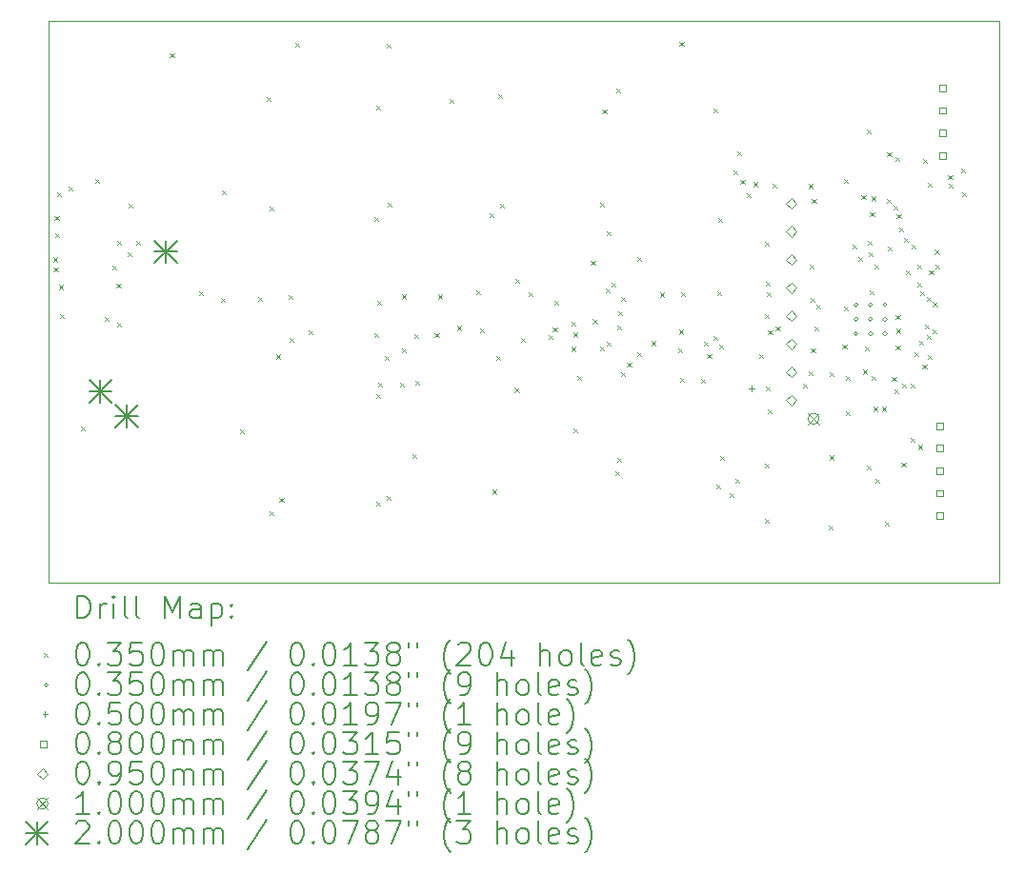
<source format=gbr>
%TF.GenerationSoftware,KiCad,Pcbnew,7.99.0-1900-g89780d353a*%
%TF.CreationDate,2023-08-29T18:06:42+03:00*%
%TF.ProjectId,RP2040_minimal,52503230-3430-45f6-9d69-6e696d616c2e,REV1*%
%TF.SameCoordinates,Original*%
%TF.FileFunction,Drillmap*%
%TF.FilePolarity,Positive*%
%FSLAX45Y45*%
G04 Gerber Fmt 4.5, Leading zero omitted, Abs format (unit mm)*
G04 Created by KiCad (PCBNEW 7.99.0-1900-g89780d353a) date 2023-08-29 18:06:42*
%MOMM*%
%LPD*%
G01*
G04 APERTURE LIST*
%ADD10C,0.050000*%
%ADD11C,0.200000*%
%ADD12C,0.035000*%
%ADD13C,0.080000*%
%ADD14C,0.095000*%
%ADD15C,0.100000*%
G04 APERTURE END LIST*
D10*
X10506600Y-8894840D02*
X18961600Y-8894840D01*
X18961600Y-13894840D01*
X10506600Y-13894840D01*
X10506600Y-8894840D01*
D11*
D12*
X10554100Y-11001340D02*
X10589100Y-11036340D01*
X10589100Y-11001340D02*
X10554100Y-11036340D01*
X10555100Y-11093340D02*
X10590100Y-11128340D01*
X10590100Y-11093340D02*
X10555100Y-11128340D01*
X10564100Y-10630340D02*
X10599100Y-10665340D01*
X10599100Y-10630340D02*
X10564100Y-10665340D01*
X10566100Y-10788340D02*
X10601100Y-10823340D01*
X10601100Y-10788340D02*
X10566100Y-10823340D01*
X10585100Y-10418340D02*
X10620100Y-10453340D01*
X10620100Y-10418340D02*
X10585100Y-10453340D01*
X10599100Y-11247340D02*
X10634100Y-11282340D01*
X10634100Y-11247340D02*
X10599100Y-11282340D01*
X10610100Y-11506340D02*
X10645100Y-11541340D01*
X10645100Y-11506340D02*
X10610100Y-11541340D01*
X10683100Y-10367340D02*
X10718100Y-10402340D01*
X10718100Y-10367340D02*
X10683100Y-10402340D01*
X10793100Y-12504340D02*
X10828100Y-12539340D01*
X10828100Y-12504340D02*
X10793100Y-12539340D01*
X10922100Y-10305340D02*
X10957100Y-10340340D01*
X10957100Y-10305340D02*
X10922100Y-10340340D01*
X11011100Y-11529340D02*
X11046100Y-11564340D01*
X11046100Y-11529340D02*
X11011100Y-11564340D01*
X11077100Y-11070340D02*
X11112100Y-11105340D01*
X11112100Y-11070340D02*
X11077100Y-11105340D01*
X11114100Y-11237340D02*
X11149100Y-11272340D01*
X11149100Y-11237340D02*
X11114100Y-11272340D01*
X11115100Y-10855340D02*
X11150100Y-10890340D01*
X11150100Y-10855340D02*
X11115100Y-10890340D01*
X11121100Y-11579340D02*
X11156100Y-11614340D01*
X11156100Y-11579340D02*
X11121100Y-11614340D01*
X11213100Y-10951340D02*
X11248100Y-10986340D01*
X11248100Y-10951340D02*
X11213100Y-10986340D01*
X11221100Y-10522340D02*
X11256100Y-10557340D01*
X11256100Y-10522340D02*
X11221100Y-10557340D01*
X11290100Y-10851340D02*
X11325100Y-10886340D01*
X11325100Y-10851340D02*
X11290100Y-10886340D01*
X11588100Y-9186340D02*
X11623100Y-9221340D01*
X11623100Y-9186340D02*
X11588100Y-9221340D01*
X11843100Y-11305340D02*
X11878100Y-11340340D01*
X11878100Y-11305340D02*
X11843100Y-11340340D01*
X12043100Y-11358340D02*
X12078100Y-11393340D01*
X12078100Y-11358340D02*
X12043100Y-11393340D01*
X12047100Y-10401340D02*
X12082100Y-10436340D01*
X12082100Y-10401340D02*
X12047100Y-10436340D01*
X12207100Y-12529340D02*
X12242100Y-12564340D01*
X12242100Y-12529340D02*
X12207100Y-12564340D01*
X12368100Y-11352340D02*
X12403100Y-11387340D01*
X12403100Y-11352340D02*
X12368100Y-11387340D01*
X12444100Y-9575340D02*
X12479100Y-9610340D01*
X12479100Y-9575340D02*
X12444100Y-9610340D01*
X12473100Y-13254340D02*
X12508100Y-13289340D01*
X12508100Y-13254340D02*
X12473100Y-13289340D01*
X12474100Y-10546340D02*
X12509100Y-10581340D01*
X12509100Y-10546340D02*
X12474100Y-10581340D01*
X12531100Y-11865340D02*
X12566100Y-11900340D01*
X12566100Y-11865340D02*
X12531100Y-11900340D01*
X12562100Y-13136340D02*
X12597100Y-13171340D01*
X12597100Y-13136340D02*
X12562100Y-13171340D01*
X12640100Y-11333340D02*
X12675100Y-11368340D01*
X12675100Y-11333340D02*
X12640100Y-11368340D01*
X12652100Y-11713340D02*
X12687100Y-11748340D01*
X12687100Y-11713340D02*
X12652100Y-11748340D01*
X12699100Y-9094340D02*
X12734100Y-9129340D01*
X12734100Y-9094340D02*
X12699100Y-9129340D01*
X12818100Y-11650340D02*
X12853100Y-11685340D01*
X12853100Y-11650340D02*
X12818100Y-11685340D01*
X13402100Y-11672340D02*
X13437100Y-11707340D01*
X13437100Y-11672340D02*
X13402100Y-11707340D01*
X13404100Y-10639340D02*
X13439100Y-10674340D01*
X13439100Y-10639340D02*
X13404100Y-10674340D01*
X13419100Y-12215340D02*
X13454100Y-12250340D01*
X13454100Y-12215340D02*
X13419100Y-12250340D01*
X13419100Y-13174340D02*
X13454100Y-13209340D01*
X13454100Y-13174340D02*
X13419100Y-13209340D01*
X13421100Y-9652340D02*
X13456100Y-9687340D01*
X13456100Y-9652340D02*
X13421100Y-9687340D01*
X13431100Y-11388340D02*
X13466100Y-11423340D01*
X13466100Y-11388340D02*
X13431100Y-11423340D01*
X13439650Y-12117340D02*
X13474650Y-12152340D01*
X13474650Y-12117340D02*
X13439650Y-12152340D01*
X13499100Y-11875340D02*
X13534100Y-11910340D01*
X13534100Y-11875340D02*
X13499100Y-11910340D01*
X13513100Y-9099340D02*
X13548100Y-9134340D01*
X13548100Y-9099340D02*
X13513100Y-9134340D01*
X13517100Y-13119340D02*
X13552100Y-13154340D01*
X13552100Y-13119340D02*
X13517100Y-13154340D01*
X13519100Y-10514340D02*
X13554100Y-10549340D01*
X13554100Y-10514340D02*
X13519100Y-10549340D01*
X13635100Y-12112340D02*
X13670100Y-12147340D01*
X13670100Y-12112340D02*
X13635100Y-12147340D01*
X13648100Y-11808340D02*
X13683100Y-11843340D01*
X13683100Y-11808340D02*
X13648100Y-11843340D01*
X13650100Y-11331340D02*
X13685100Y-11366340D01*
X13685100Y-11331340D02*
X13650100Y-11366340D01*
X13746100Y-12751340D02*
X13781100Y-12786340D01*
X13781100Y-12751340D02*
X13746100Y-12786340D01*
X13756100Y-11681340D02*
X13791100Y-11716340D01*
X13791100Y-11681340D02*
X13756100Y-11716340D01*
X13766100Y-12099340D02*
X13801100Y-12134340D01*
X13801100Y-12099340D02*
X13766100Y-12134340D01*
X13942100Y-11676340D02*
X13977100Y-11711340D01*
X13977100Y-11676340D02*
X13942100Y-11711340D01*
X13973100Y-11331340D02*
X14008100Y-11366340D01*
X14008100Y-11331340D02*
X13973100Y-11366340D01*
X14075100Y-9588340D02*
X14110100Y-9623340D01*
X14110100Y-9588340D02*
X14075100Y-9623340D01*
X14140100Y-11611340D02*
X14175100Y-11646340D01*
X14175100Y-11611340D02*
X14140100Y-11646340D01*
X14312100Y-11294340D02*
X14347100Y-11329340D01*
X14347100Y-11294340D02*
X14312100Y-11329340D01*
X14344100Y-11631340D02*
X14379100Y-11666340D01*
X14379100Y-11631340D02*
X14344100Y-11666340D01*
X14426100Y-10610340D02*
X14461100Y-10645340D01*
X14461100Y-10610340D02*
X14426100Y-10645340D01*
X14457100Y-13066890D02*
X14492100Y-13101890D01*
X14492100Y-13066890D02*
X14457100Y-13101890D01*
X14489100Y-11881390D02*
X14524100Y-11916390D01*
X14524100Y-11881390D02*
X14489100Y-11916390D01*
X14507100Y-9549340D02*
X14542100Y-9584340D01*
X14542100Y-9549340D02*
X14507100Y-9584340D01*
X14520100Y-10521340D02*
X14555100Y-10556340D01*
X14555100Y-10521340D02*
X14520100Y-10556340D01*
X14653100Y-12161340D02*
X14688100Y-12196340D01*
X14688100Y-12161340D02*
X14653100Y-12196340D01*
X14656100Y-11191340D02*
X14691100Y-11226340D01*
X14691100Y-11191340D02*
X14656100Y-11226340D01*
X14710100Y-11718340D02*
X14745100Y-11753340D01*
X14745100Y-11718340D02*
X14710100Y-11753340D01*
X14777100Y-11308340D02*
X14812100Y-11343340D01*
X14812100Y-11308340D02*
X14777100Y-11343340D01*
X14955979Y-11688418D02*
X14990979Y-11723418D01*
X14990979Y-11688418D02*
X14955979Y-11723418D01*
X14991100Y-11623340D02*
X15026100Y-11658340D01*
X15026100Y-11623340D02*
X14991100Y-11658340D01*
X15002100Y-11385340D02*
X15037100Y-11420340D01*
X15037100Y-11385340D02*
X15002100Y-11420340D01*
X15157100Y-11575340D02*
X15192100Y-11610340D01*
X15192100Y-11575340D02*
X15157100Y-11610340D01*
X15158100Y-11796890D02*
X15193100Y-11831890D01*
X15193100Y-11796890D02*
X15158100Y-11831890D01*
X15172100Y-12518340D02*
X15207100Y-12553340D01*
X15207100Y-12518340D02*
X15172100Y-12553340D01*
X15173100Y-11670340D02*
X15208100Y-11705340D01*
X15208100Y-11670340D02*
X15173100Y-11705340D01*
X15207100Y-12055340D02*
X15242100Y-12090340D01*
X15242100Y-12055340D02*
X15207100Y-12090340D01*
X15330100Y-11032340D02*
X15365100Y-11067340D01*
X15365100Y-11032340D02*
X15330100Y-11067340D01*
X15347100Y-11552340D02*
X15382100Y-11587340D01*
X15382100Y-11552340D02*
X15347100Y-11587340D01*
X15408100Y-11794790D02*
X15443100Y-11829790D01*
X15443100Y-11794790D02*
X15408100Y-11829790D01*
X15408365Y-10518090D02*
X15443365Y-10553090D01*
X15443365Y-10518090D02*
X15408365Y-10553090D01*
X15432100Y-9688340D02*
X15467100Y-9723340D01*
X15467100Y-9688340D02*
X15432100Y-9723340D01*
X15459770Y-11278812D02*
X15494770Y-11313812D01*
X15494770Y-11278812D02*
X15459770Y-11313812D01*
X15467100Y-10769340D02*
X15502100Y-10804340D01*
X15502100Y-10769340D02*
X15467100Y-10804340D01*
X15470048Y-11754403D02*
X15505048Y-11789403D01*
X15505048Y-11754403D02*
X15470048Y-11789403D01*
X15514100Y-11226290D02*
X15549100Y-11261290D01*
X15549100Y-11226290D02*
X15514100Y-11261290D01*
X15549100Y-12904340D02*
X15584100Y-12939340D01*
X15584100Y-12904340D02*
X15549100Y-12939340D01*
X15556100Y-9501340D02*
X15591100Y-9536340D01*
X15591100Y-9501340D02*
X15556100Y-9536340D01*
X15560100Y-12780340D02*
X15595100Y-12815340D01*
X15595100Y-12780340D02*
X15560100Y-12815340D01*
X15566100Y-11604340D02*
X15601100Y-11639340D01*
X15601100Y-11604340D02*
X15566100Y-11639340D01*
X15575100Y-11476340D02*
X15610100Y-11511340D01*
X15610100Y-11476340D02*
X15575100Y-11511340D01*
X15594100Y-11352340D02*
X15629100Y-11387340D01*
X15629100Y-11352340D02*
X15594100Y-11387340D01*
X15600100Y-12024340D02*
X15635100Y-12059340D01*
X15635100Y-12024340D02*
X15600100Y-12059340D01*
X15652100Y-11934340D02*
X15687100Y-11969340D01*
X15687100Y-11934340D02*
X15652100Y-11969340D01*
X15739100Y-10999340D02*
X15774100Y-11034340D01*
X15774100Y-10999340D02*
X15739100Y-11034340D01*
X15742100Y-11843340D02*
X15777100Y-11878340D01*
X15777100Y-11843340D02*
X15742100Y-11878340D01*
X15868100Y-11746340D02*
X15903100Y-11781340D01*
X15903100Y-11746340D02*
X15868100Y-11781340D01*
X15942100Y-11315340D02*
X15977100Y-11350340D01*
X15977100Y-11315340D02*
X15942100Y-11350340D01*
X16105550Y-11809554D02*
X16140550Y-11844554D01*
X16140550Y-11809554D02*
X16105550Y-11844554D01*
X16114100Y-11645340D02*
X16149100Y-11680340D01*
X16149100Y-11645340D02*
X16114100Y-11680340D01*
X16118100Y-9080340D02*
X16153100Y-9115340D01*
X16153100Y-9080340D02*
X16118100Y-9115340D01*
X16122100Y-12071340D02*
X16157100Y-12106340D01*
X16157100Y-12071340D02*
X16122100Y-12106340D01*
X16133100Y-11310340D02*
X16168100Y-11345340D01*
X16168100Y-11310340D02*
X16133100Y-11345340D01*
X16307100Y-12079340D02*
X16342100Y-12114340D01*
X16342100Y-12079340D02*
X16307100Y-12114340D01*
X16334100Y-11753340D02*
X16369100Y-11788340D01*
X16369100Y-11753340D02*
X16334100Y-11788340D01*
X16363100Y-11861340D02*
X16398100Y-11896340D01*
X16398100Y-11861340D02*
X16363100Y-11896340D01*
X16419100Y-11702340D02*
X16454100Y-11737340D01*
X16454100Y-11702340D02*
X16419100Y-11737340D01*
X16421100Y-9678340D02*
X16456100Y-9713340D01*
X16456100Y-9678340D02*
X16421100Y-9713340D01*
X16442100Y-13020340D02*
X16477100Y-13055340D01*
X16477100Y-13020340D02*
X16442100Y-13055340D01*
X16452100Y-11304340D02*
X16487100Y-11339340D01*
X16487100Y-11304340D02*
X16452100Y-11339340D01*
X16457100Y-10647340D02*
X16492100Y-10682340D01*
X16492100Y-10647340D02*
X16457100Y-10682340D01*
X16470100Y-11776340D02*
X16505100Y-11811340D01*
X16505100Y-11776340D02*
X16470100Y-11811340D01*
X16476650Y-12763340D02*
X16511650Y-12798340D01*
X16511650Y-12763340D02*
X16476650Y-12798340D01*
X16559100Y-13094340D02*
X16594100Y-13129340D01*
X16594100Y-13094340D02*
X16559100Y-13129340D01*
X16595009Y-10227423D02*
X16630009Y-10262423D01*
X16630009Y-10227423D02*
X16595009Y-10262423D01*
X16611550Y-12967340D02*
X16646550Y-13002340D01*
X16646550Y-12967340D02*
X16611550Y-13002340D01*
X16627600Y-10057840D02*
X16662600Y-10092840D01*
X16662600Y-10057840D02*
X16627600Y-10092840D01*
X16660100Y-10309340D02*
X16695100Y-10344340D01*
X16695100Y-10309340D02*
X16660100Y-10344340D01*
X16714100Y-10431340D02*
X16749100Y-10466340D01*
X16749100Y-10431340D02*
X16714100Y-10466340D01*
X16777100Y-10332340D02*
X16812100Y-10367340D01*
X16812100Y-10332340D02*
X16777100Y-10367340D01*
X16828100Y-11860340D02*
X16863100Y-11895340D01*
X16863100Y-11860340D02*
X16828100Y-11895340D01*
X16873100Y-10864340D02*
X16908100Y-10899340D01*
X16908100Y-10864340D02*
X16873100Y-10899340D01*
X16874100Y-11502340D02*
X16909100Y-11537340D01*
X16909100Y-11502340D02*
X16874100Y-11537340D01*
X16875100Y-12834340D02*
X16910100Y-12869340D01*
X16910100Y-12834340D02*
X16875100Y-12869340D01*
X16875100Y-13323340D02*
X16910100Y-13358340D01*
X16910100Y-13323340D02*
X16875100Y-13358340D01*
X16881100Y-11220340D02*
X16916100Y-11255340D01*
X16916100Y-11220340D02*
X16881100Y-11255340D01*
X16883100Y-12148340D02*
X16918100Y-12183340D01*
X16918100Y-12148340D02*
X16883100Y-12183340D01*
X16895529Y-11308890D02*
X16930529Y-11343890D01*
X16930529Y-11308890D02*
X16895529Y-11343890D01*
X16902100Y-12349340D02*
X16937100Y-12384340D01*
X16937100Y-12349340D02*
X16902100Y-12384340D01*
X16905625Y-11649970D02*
X16940625Y-11684970D01*
X16940625Y-11649970D02*
X16905625Y-11684970D01*
X16940100Y-10344340D02*
X16975100Y-10379340D01*
X16975100Y-10344340D02*
X16940100Y-10379340D01*
X16973100Y-11617340D02*
X17008100Y-11652340D01*
X17008100Y-11617340D02*
X16973100Y-11652340D01*
X17212100Y-12120340D02*
X17247100Y-12155340D01*
X17247100Y-12120340D02*
X17212100Y-12155340D01*
X17262100Y-10349340D02*
X17297100Y-10384340D01*
X17297100Y-10349340D02*
X17262100Y-10384340D01*
X17267100Y-12014340D02*
X17302100Y-12049340D01*
X17302100Y-12014340D02*
X17267100Y-12049340D01*
X17273100Y-11066340D02*
X17308100Y-11101340D01*
X17308100Y-11066340D02*
X17273100Y-11101340D01*
X17284100Y-11364340D02*
X17319100Y-11399340D01*
X17319100Y-11364340D02*
X17284100Y-11399340D01*
X17285929Y-11813421D02*
X17320929Y-11848421D01*
X17320929Y-11813421D02*
X17285929Y-11848421D01*
X17294100Y-10478340D02*
X17329100Y-10513340D01*
X17329100Y-10478340D02*
X17294100Y-10513340D01*
X17319100Y-11615340D02*
X17354100Y-11650340D01*
X17354100Y-11615340D02*
X17319100Y-11650340D01*
X17331877Y-11422088D02*
X17366877Y-11457088D01*
X17366877Y-11422088D02*
X17331877Y-11457088D01*
X17445100Y-13381340D02*
X17480100Y-13416340D01*
X17480100Y-13381340D02*
X17445100Y-13416340D01*
X17448100Y-12021340D02*
X17483100Y-12056340D01*
X17483100Y-12021340D02*
X17448100Y-12056340D01*
X17453100Y-12762340D02*
X17488100Y-12797340D01*
X17488100Y-12762340D02*
X17453100Y-12797340D01*
X17565490Y-11776332D02*
X17600490Y-11811332D01*
X17600490Y-11776332D02*
X17565490Y-11811332D01*
X17575100Y-11434340D02*
X17610100Y-11469340D01*
X17610100Y-11434340D02*
X17575100Y-11469340D01*
X17577100Y-10304790D02*
X17612100Y-10339790D01*
X17612100Y-10304790D02*
X17577100Y-10339790D01*
X17595100Y-12054340D02*
X17630100Y-12089340D01*
X17630100Y-12054340D02*
X17595100Y-12089340D01*
X17597100Y-12371340D02*
X17632100Y-12406340D01*
X17632100Y-12371340D02*
X17597100Y-12406340D01*
X17651100Y-10890340D02*
X17686100Y-10925340D01*
X17686100Y-10890340D02*
X17651100Y-10925340D01*
X17707100Y-10996340D02*
X17742100Y-11031340D01*
X17742100Y-10996340D02*
X17707100Y-11031340D01*
X17735225Y-10443465D02*
X17770225Y-10478465D01*
X17770225Y-10443465D02*
X17735225Y-10478465D01*
X17750390Y-12000351D02*
X17785390Y-12035351D01*
X17785390Y-12000351D02*
X17750390Y-12035351D01*
X17761100Y-11791790D02*
X17796100Y-11826790D01*
X17796100Y-11791790D02*
X17761100Y-11826790D01*
X17778100Y-9862340D02*
X17813100Y-9897340D01*
X17813100Y-9862340D02*
X17778100Y-9897340D01*
X17780100Y-12849340D02*
X17815100Y-12884340D01*
X17815100Y-12849340D02*
X17780100Y-12884340D01*
X17793100Y-10856340D02*
X17828100Y-10891340D01*
X17828100Y-10856340D02*
X17793100Y-10891340D01*
X17800100Y-10955340D02*
X17835100Y-10990340D01*
X17835100Y-10955340D02*
X17800100Y-10990340D01*
X17803501Y-11294890D02*
X17838501Y-11329890D01*
X17838501Y-11294890D02*
X17803501Y-11329890D01*
X17811100Y-10599340D02*
X17846100Y-10634340D01*
X17846100Y-10599340D02*
X17811100Y-10634340D01*
X17825100Y-12053340D02*
X17860100Y-12088340D01*
X17860100Y-12053340D02*
X17825100Y-12088340D01*
X17827100Y-10459340D02*
X17862100Y-10494340D01*
X17862100Y-10459340D02*
X17827100Y-10494340D01*
X17838100Y-12331340D02*
X17873100Y-12366340D01*
X17873100Y-12331340D02*
X17838100Y-12366340D01*
X17849650Y-11063790D02*
X17884650Y-11098790D01*
X17884650Y-11063790D02*
X17849650Y-11098790D01*
X17857100Y-12968340D02*
X17892100Y-13003340D01*
X17892100Y-12968340D02*
X17857100Y-13003340D01*
X17920100Y-12331340D02*
X17955100Y-12366340D01*
X17955100Y-12331340D02*
X17920100Y-12366340D01*
X17945100Y-13349340D02*
X17980100Y-13384340D01*
X17980100Y-13349340D02*
X17945100Y-13384340D01*
X17961100Y-10484340D02*
X17996100Y-10519340D01*
X17996100Y-10484340D02*
X17961100Y-10519340D01*
X17963100Y-10069340D02*
X17998100Y-10104340D01*
X17998100Y-10069340D02*
X17963100Y-10104340D01*
X17965490Y-10902890D02*
X18000490Y-10937890D01*
X18000490Y-10902890D02*
X17965490Y-10937890D01*
X18005490Y-12066790D02*
X18040490Y-12101790D01*
X18040490Y-12066790D02*
X18005490Y-12101790D01*
X18018568Y-10536873D02*
X18053568Y-10571873D01*
X18053568Y-10536873D02*
X18018568Y-10571873D01*
X18024836Y-12175790D02*
X18059836Y-12210790D01*
X18059836Y-12175790D02*
X18024836Y-12210790D01*
X18038100Y-10107340D02*
X18073100Y-10142340D01*
X18073100Y-10107340D02*
X18038100Y-10142340D01*
X18039100Y-11515340D02*
X18074100Y-11550340D01*
X18074100Y-11515340D02*
X18039100Y-11550340D01*
X18040100Y-11783340D02*
X18075100Y-11818340D01*
X18075100Y-11783340D02*
X18040100Y-11818340D01*
X18046100Y-11636340D02*
X18081100Y-11671340D01*
X18081100Y-11636340D02*
X18046100Y-11671340D01*
X18048100Y-10613340D02*
X18083100Y-10648340D01*
X18083100Y-10613340D02*
X18048100Y-10648340D01*
X18066100Y-10738340D02*
X18101100Y-10773340D01*
X18101100Y-10738340D02*
X18066100Y-10773340D01*
X18090704Y-12829736D02*
X18125704Y-12864736D01*
X18125704Y-12829736D02*
X18090704Y-12864736D01*
X18092100Y-12123340D02*
X18127100Y-12158340D01*
X18127100Y-12123340D02*
X18092100Y-12158340D01*
X18110100Y-10826340D02*
X18145100Y-10861340D01*
X18145100Y-10826340D02*
X18110100Y-10861340D01*
X18130100Y-11116240D02*
X18165100Y-11151240D01*
X18165100Y-11116240D02*
X18130100Y-11151240D01*
X18172100Y-12121340D02*
X18207100Y-12156340D01*
X18207100Y-12121340D02*
X18172100Y-12156340D01*
X18172100Y-12608340D02*
X18207100Y-12643340D01*
X18207100Y-12608340D02*
X18172100Y-12643340D01*
X18181650Y-10886340D02*
X18216650Y-10921340D01*
X18216650Y-10886340D02*
X18181650Y-10921340D01*
X18202527Y-11846940D02*
X18237527Y-11881940D01*
X18237527Y-11846940D02*
X18202527Y-11881940D01*
X18226512Y-11227752D02*
X18261512Y-11262752D01*
X18261512Y-11227752D02*
X18226512Y-11262752D01*
X18233100Y-11063790D02*
X18268100Y-11098790D01*
X18268100Y-11063790D02*
X18233100Y-11098790D01*
X18239100Y-12669340D02*
X18274100Y-12704340D01*
X18274100Y-12669340D02*
X18239100Y-12704340D01*
X18248100Y-11742040D02*
X18283100Y-11777040D01*
X18283100Y-11742040D02*
X18248100Y-11777040D01*
X18256527Y-11302089D02*
X18291527Y-11337089D01*
X18291527Y-11302089D02*
X18256527Y-11337089D01*
X18277012Y-11951252D02*
X18312012Y-11986252D01*
X18312012Y-11951252D02*
X18277012Y-11986252D01*
X18280100Y-10126340D02*
X18315100Y-10161340D01*
X18315100Y-10126340D02*
X18280100Y-10161340D01*
X18295605Y-11601669D02*
X18330605Y-11636669D01*
X18330605Y-11601669D02*
X18295605Y-11636669D01*
X18314100Y-11694340D02*
X18349100Y-11729340D01*
X18349100Y-11694340D02*
X18314100Y-11729340D01*
X18314150Y-11350017D02*
X18349150Y-11385017D01*
X18349150Y-11350017D02*
X18314150Y-11385017D01*
X18321100Y-10336340D02*
X18356100Y-10371340D01*
X18356100Y-10336340D02*
X18321100Y-10371340D01*
X18322150Y-11872340D02*
X18357150Y-11907340D01*
X18357150Y-11872340D02*
X18322150Y-11907340D01*
X18335634Y-11113766D02*
X18370634Y-11148766D01*
X18370634Y-11113766D02*
X18335634Y-11148766D01*
X18369150Y-11643533D02*
X18404150Y-11678533D01*
X18404150Y-11643533D02*
X18369150Y-11678533D01*
X18370137Y-11399846D02*
X18405137Y-11434846D01*
X18405137Y-11399846D02*
X18370137Y-11434846D01*
X18387100Y-10933340D02*
X18422100Y-10968340D01*
X18422100Y-10933340D02*
X18387100Y-10968340D01*
X18390922Y-11063162D02*
X18425922Y-11098162D01*
X18425922Y-11063162D02*
X18390922Y-11098162D01*
X18505100Y-10268340D02*
X18540100Y-10303340D01*
X18540100Y-10268340D02*
X18505100Y-10303340D01*
X18506100Y-10346340D02*
X18541100Y-10381340D01*
X18541100Y-10346340D02*
X18506100Y-10381340D01*
X18621100Y-10211340D02*
X18656100Y-10246340D01*
X18656100Y-10211340D02*
X18621100Y-10246340D01*
X18625100Y-10421340D02*
X18660100Y-10456340D01*
X18660100Y-10421340D02*
X18625100Y-10456340D01*
X17705440Y-11424490D02*
G75*
G03*
X17705440Y-11424490I-17500J0D01*
G01*
X17705440Y-11551990D02*
G75*
G03*
X17705440Y-11551990I-17500J0D01*
G01*
X17705440Y-11679490D02*
G75*
G03*
X17705440Y-11679490I-17500J0D01*
G01*
X17832940Y-11424490D02*
G75*
G03*
X17832940Y-11424490I-17500J0D01*
G01*
X17832940Y-11551990D02*
G75*
G03*
X17832940Y-11551990I-17500J0D01*
G01*
X17832940Y-11679490D02*
G75*
G03*
X17832940Y-11679490I-17500J0D01*
G01*
X17960440Y-11424490D02*
G75*
G03*
X17960440Y-11424490I-17500J0D01*
G01*
X17960440Y-11551990D02*
G75*
G03*
X17960440Y-11551990I-17500J0D01*
G01*
X17960440Y-11679490D02*
G75*
G03*
X17960440Y-11679490I-17500J0D01*
G01*
D10*
X16755600Y-12142840D02*
X16755600Y-12192840D01*
X16730600Y-12167840D02*
X16780600Y-12167840D01*
D13*
X18459885Y-12526124D02*
X18459885Y-12469555D01*
X18403316Y-12469555D01*
X18403316Y-12526124D01*
X18459885Y-12526124D01*
X18459885Y-12726124D02*
X18459885Y-12669555D01*
X18403316Y-12669555D01*
X18403316Y-12726124D01*
X18459885Y-12726124D01*
X18459885Y-12926124D02*
X18459885Y-12869555D01*
X18403316Y-12869555D01*
X18403316Y-12926124D01*
X18459885Y-12926124D01*
X18459885Y-13126124D02*
X18459885Y-13069555D01*
X18403316Y-13069555D01*
X18403316Y-13126124D01*
X18459885Y-13126124D01*
X18459885Y-13326124D02*
X18459885Y-13269555D01*
X18403316Y-13269555D01*
X18403316Y-13326124D01*
X18459885Y-13326124D01*
X18485885Y-9523125D02*
X18485885Y-9466556D01*
X18429316Y-9466556D01*
X18429316Y-9523125D01*
X18485885Y-9523125D01*
X18485885Y-9723125D02*
X18485885Y-9666556D01*
X18429316Y-9666556D01*
X18429316Y-9723125D01*
X18485885Y-9723125D01*
X18485885Y-9923125D02*
X18485885Y-9866556D01*
X18429316Y-9866556D01*
X18429316Y-9923125D01*
X18485885Y-9923125D01*
X18485885Y-10123125D02*
X18485885Y-10066556D01*
X18429316Y-10066556D01*
X18429316Y-10123125D01*
X18485885Y-10123125D01*
D14*
X17110600Y-10567340D02*
X17158100Y-10519840D01*
X17110600Y-10472340D01*
X17063100Y-10519840D01*
X17110600Y-10567340D01*
X17110600Y-10817340D02*
X17158100Y-10769840D01*
X17110600Y-10722340D01*
X17063100Y-10769840D01*
X17110600Y-10817340D01*
X17110600Y-11067340D02*
X17158100Y-11019840D01*
X17110600Y-10972340D01*
X17063100Y-11019840D01*
X17110600Y-11067340D01*
X17110600Y-11317340D02*
X17158100Y-11269840D01*
X17110600Y-11222340D01*
X17063100Y-11269840D01*
X17110600Y-11317340D01*
X17110600Y-11567340D02*
X17158100Y-11519840D01*
X17110600Y-11472340D01*
X17063100Y-11519840D01*
X17110600Y-11567340D01*
X17110600Y-11817340D02*
X17158100Y-11769840D01*
X17110600Y-11722340D01*
X17063100Y-11769840D01*
X17110600Y-11817340D01*
X17110600Y-12067340D02*
X17158100Y-12019840D01*
X17110600Y-11972340D01*
X17063100Y-12019840D01*
X17110600Y-12067340D01*
X17110600Y-12317340D02*
X17158100Y-12269840D01*
X17110600Y-12222340D01*
X17063100Y-12269840D01*
X17110600Y-12317340D01*
D15*
X17258540Y-12385937D02*
X17358540Y-12485937D01*
X17358540Y-12385937D02*
X17258540Y-12485937D01*
X17358540Y-12435937D02*
G75*
G03*
X17358540Y-12435937I-50000J0D01*
G01*
D11*
X10869600Y-12089840D02*
X11069600Y-12289840D01*
X11069600Y-12089840D02*
X10869600Y-12289840D01*
X10969600Y-12089840D02*
X10969600Y-12289840D01*
X10869600Y-12189840D02*
X11069600Y-12189840D01*
X11103520Y-12313331D02*
X11303520Y-12513331D01*
X11303520Y-12313331D02*
X11103520Y-12513331D01*
X11203520Y-12313331D02*
X11203520Y-12513331D01*
X11103520Y-12413331D02*
X11303520Y-12413331D01*
X11448600Y-10849840D02*
X11648600Y-11049840D01*
X11648600Y-10849840D02*
X11448600Y-11049840D01*
X11548600Y-10849840D02*
X11548600Y-11049840D01*
X11448600Y-10949840D02*
X11648600Y-10949840D01*
X10764877Y-14208824D02*
X10764877Y-14008824D01*
X10764877Y-14008824D02*
X10812496Y-14008824D01*
X10812496Y-14008824D02*
X10841067Y-14018348D01*
X10841067Y-14018348D02*
X10860115Y-14037395D01*
X10860115Y-14037395D02*
X10869639Y-14056443D01*
X10869639Y-14056443D02*
X10879163Y-14094538D01*
X10879163Y-14094538D02*
X10879163Y-14123109D01*
X10879163Y-14123109D02*
X10869639Y-14161205D01*
X10869639Y-14161205D02*
X10860115Y-14180252D01*
X10860115Y-14180252D02*
X10841067Y-14199300D01*
X10841067Y-14199300D02*
X10812496Y-14208824D01*
X10812496Y-14208824D02*
X10764877Y-14208824D01*
X10964877Y-14208824D02*
X10964877Y-14075490D01*
X10964877Y-14113586D02*
X10974401Y-14094538D01*
X10974401Y-14094538D02*
X10983924Y-14085014D01*
X10983924Y-14085014D02*
X11002972Y-14075490D01*
X11002972Y-14075490D02*
X11022020Y-14075490D01*
X11088686Y-14208824D02*
X11088686Y-14075490D01*
X11088686Y-14008824D02*
X11079163Y-14018348D01*
X11079163Y-14018348D02*
X11088686Y-14027871D01*
X11088686Y-14027871D02*
X11098210Y-14018348D01*
X11098210Y-14018348D02*
X11088686Y-14008824D01*
X11088686Y-14008824D02*
X11088686Y-14027871D01*
X11212496Y-14208824D02*
X11193448Y-14199300D01*
X11193448Y-14199300D02*
X11183924Y-14180252D01*
X11183924Y-14180252D02*
X11183924Y-14008824D01*
X11317258Y-14208824D02*
X11298210Y-14199300D01*
X11298210Y-14199300D02*
X11288686Y-14180252D01*
X11288686Y-14180252D02*
X11288686Y-14008824D01*
X11545829Y-14208824D02*
X11545829Y-14008824D01*
X11545829Y-14008824D02*
X11612496Y-14151681D01*
X11612496Y-14151681D02*
X11679162Y-14008824D01*
X11679162Y-14008824D02*
X11679162Y-14208824D01*
X11860115Y-14208824D02*
X11860115Y-14104062D01*
X11860115Y-14104062D02*
X11850591Y-14085014D01*
X11850591Y-14085014D02*
X11831543Y-14075490D01*
X11831543Y-14075490D02*
X11793448Y-14075490D01*
X11793448Y-14075490D02*
X11774401Y-14085014D01*
X11860115Y-14199300D02*
X11841067Y-14208824D01*
X11841067Y-14208824D02*
X11793448Y-14208824D01*
X11793448Y-14208824D02*
X11774401Y-14199300D01*
X11774401Y-14199300D02*
X11764877Y-14180252D01*
X11764877Y-14180252D02*
X11764877Y-14161205D01*
X11764877Y-14161205D02*
X11774401Y-14142157D01*
X11774401Y-14142157D02*
X11793448Y-14132633D01*
X11793448Y-14132633D02*
X11841067Y-14132633D01*
X11841067Y-14132633D02*
X11860115Y-14123109D01*
X11955353Y-14075490D02*
X11955353Y-14275490D01*
X11955353Y-14085014D02*
X11974401Y-14075490D01*
X11974401Y-14075490D02*
X12012496Y-14075490D01*
X12012496Y-14075490D02*
X12031543Y-14085014D01*
X12031543Y-14085014D02*
X12041067Y-14094538D01*
X12041067Y-14094538D02*
X12050591Y-14113586D01*
X12050591Y-14113586D02*
X12050591Y-14170728D01*
X12050591Y-14170728D02*
X12041067Y-14189776D01*
X12041067Y-14189776D02*
X12031543Y-14199300D01*
X12031543Y-14199300D02*
X12012496Y-14208824D01*
X12012496Y-14208824D02*
X11974401Y-14208824D01*
X11974401Y-14208824D02*
X11955353Y-14199300D01*
X12136305Y-14189776D02*
X12145829Y-14199300D01*
X12145829Y-14199300D02*
X12136305Y-14208824D01*
X12136305Y-14208824D02*
X12126782Y-14199300D01*
X12126782Y-14199300D02*
X12136305Y-14189776D01*
X12136305Y-14189776D02*
X12136305Y-14208824D01*
X12136305Y-14085014D02*
X12145829Y-14094538D01*
X12145829Y-14094538D02*
X12136305Y-14104062D01*
X12136305Y-14104062D02*
X12126782Y-14094538D01*
X12126782Y-14094538D02*
X12136305Y-14085014D01*
X12136305Y-14085014D02*
X12136305Y-14104062D01*
D12*
X10469100Y-14519840D02*
X10504100Y-14554840D01*
X10504100Y-14519840D02*
X10469100Y-14554840D01*
D11*
X10802972Y-14428824D02*
X10822020Y-14428824D01*
X10822020Y-14428824D02*
X10841067Y-14438348D01*
X10841067Y-14438348D02*
X10850591Y-14447871D01*
X10850591Y-14447871D02*
X10860115Y-14466919D01*
X10860115Y-14466919D02*
X10869639Y-14505014D01*
X10869639Y-14505014D02*
X10869639Y-14552633D01*
X10869639Y-14552633D02*
X10860115Y-14590728D01*
X10860115Y-14590728D02*
X10850591Y-14609776D01*
X10850591Y-14609776D02*
X10841067Y-14619300D01*
X10841067Y-14619300D02*
X10822020Y-14628824D01*
X10822020Y-14628824D02*
X10802972Y-14628824D01*
X10802972Y-14628824D02*
X10783924Y-14619300D01*
X10783924Y-14619300D02*
X10774401Y-14609776D01*
X10774401Y-14609776D02*
X10764877Y-14590728D01*
X10764877Y-14590728D02*
X10755353Y-14552633D01*
X10755353Y-14552633D02*
X10755353Y-14505014D01*
X10755353Y-14505014D02*
X10764877Y-14466919D01*
X10764877Y-14466919D02*
X10774401Y-14447871D01*
X10774401Y-14447871D02*
X10783924Y-14438348D01*
X10783924Y-14438348D02*
X10802972Y-14428824D01*
X10955353Y-14609776D02*
X10964877Y-14619300D01*
X10964877Y-14619300D02*
X10955353Y-14628824D01*
X10955353Y-14628824D02*
X10945829Y-14619300D01*
X10945829Y-14619300D02*
X10955353Y-14609776D01*
X10955353Y-14609776D02*
X10955353Y-14628824D01*
X11031544Y-14428824D02*
X11155353Y-14428824D01*
X11155353Y-14428824D02*
X11088686Y-14505014D01*
X11088686Y-14505014D02*
X11117258Y-14505014D01*
X11117258Y-14505014D02*
X11136305Y-14514538D01*
X11136305Y-14514538D02*
X11145829Y-14524062D01*
X11145829Y-14524062D02*
X11155353Y-14543109D01*
X11155353Y-14543109D02*
X11155353Y-14590728D01*
X11155353Y-14590728D02*
X11145829Y-14609776D01*
X11145829Y-14609776D02*
X11136305Y-14619300D01*
X11136305Y-14619300D02*
X11117258Y-14628824D01*
X11117258Y-14628824D02*
X11060115Y-14628824D01*
X11060115Y-14628824D02*
X11041067Y-14619300D01*
X11041067Y-14619300D02*
X11031544Y-14609776D01*
X11336305Y-14428824D02*
X11241067Y-14428824D01*
X11241067Y-14428824D02*
X11231543Y-14524062D01*
X11231543Y-14524062D02*
X11241067Y-14514538D01*
X11241067Y-14514538D02*
X11260115Y-14505014D01*
X11260115Y-14505014D02*
X11307734Y-14505014D01*
X11307734Y-14505014D02*
X11326782Y-14514538D01*
X11326782Y-14514538D02*
X11336305Y-14524062D01*
X11336305Y-14524062D02*
X11345829Y-14543109D01*
X11345829Y-14543109D02*
X11345829Y-14590728D01*
X11345829Y-14590728D02*
X11336305Y-14609776D01*
X11336305Y-14609776D02*
X11326782Y-14619300D01*
X11326782Y-14619300D02*
X11307734Y-14628824D01*
X11307734Y-14628824D02*
X11260115Y-14628824D01*
X11260115Y-14628824D02*
X11241067Y-14619300D01*
X11241067Y-14619300D02*
X11231543Y-14609776D01*
X11469639Y-14428824D02*
X11488686Y-14428824D01*
X11488686Y-14428824D02*
X11507734Y-14438348D01*
X11507734Y-14438348D02*
X11517258Y-14447871D01*
X11517258Y-14447871D02*
X11526782Y-14466919D01*
X11526782Y-14466919D02*
X11536305Y-14505014D01*
X11536305Y-14505014D02*
X11536305Y-14552633D01*
X11536305Y-14552633D02*
X11526782Y-14590728D01*
X11526782Y-14590728D02*
X11517258Y-14609776D01*
X11517258Y-14609776D02*
X11507734Y-14619300D01*
X11507734Y-14619300D02*
X11488686Y-14628824D01*
X11488686Y-14628824D02*
X11469639Y-14628824D01*
X11469639Y-14628824D02*
X11450591Y-14619300D01*
X11450591Y-14619300D02*
X11441067Y-14609776D01*
X11441067Y-14609776D02*
X11431543Y-14590728D01*
X11431543Y-14590728D02*
X11422020Y-14552633D01*
X11422020Y-14552633D02*
X11422020Y-14505014D01*
X11422020Y-14505014D02*
X11431543Y-14466919D01*
X11431543Y-14466919D02*
X11441067Y-14447871D01*
X11441067Y-14447871D02*
X11450591Y-14438348D01*
X11450591Y-14438348D02*
X11469639Y-14428824D01*
X11622020Y-14628824D02*
X11622020Y-14495490D01*
X11622020Y-14514538D02*
X11631543Y-14505014D01*
X11631543Y-14505014D02*
X11650591Y-14495490D01*
X11650591Y-14495490D02*
X11679163Y-14495490D01*
X11679163Y-14495490D02*
X11698210Y-14505014D01*
X11698210Y-14505014D02*
X11707734Y-14524062D01*
X11707734Y-14524062D02*
X11707734Y-14628824D01*
X11707734Y-14524062D02*
X11717258Y-14505014D01*
X11717258Y-14505014D02*
X11736305Y-14495490D01*
X11736305Y-14495490D02*
X11764877Y-14495490D01*
X11764877Y-14495490D02*
X11783924Y-14505014D01*
X11783924Y-14505014D02*
X11793448Y-14524062D01*
X11793448Y-14524062D02*
X11793448Y-14628824D01*
X11888686Y-14628824D02*
X11888686Y-14495490D01*
X11888686Y-14514538D02*
X11898210Y-14505014D01*
X11898210Y-14505014D02*
X11917258Y-14495490D01*
X11917258Y-14495490D02*
X11945829Y-14495490D01*
X11945829Y-14495490D02*
X11964877Y-14505014D01*
X11964877Y-14505014D02*
X11974401Y-14524062D01*
X11974401Y-14524062D02*
X11974401Y-14628824D01*
X11974401Y-14524062D02*
X11983924Y-14505014D01*
X11983924Y-14505014D02*
X12002972Y-14495490D01*
X12002972Y-14495490D02*
X12031543Y-14495490D01*
X12031543Y-14495490D02*
X12050591Y-14505014D01*
X12050591Y-14505014D02*
X12060115Y-14524062D01*
X12060115Y-14524062D02*
X12060115Y-14628824D01*
X12450591Y-14419300D02*
X12279163Y-14676443D01*
X12707734Y-14428824D02*
X12726782Y-14428824D01*
X12726782Y-14428824D02*
X12745829Y-14438348D01*
X12745829Y-14438348D02*
X12755353Y-14447871D01*
X12755353Y-14447871D02*
X12764877Y-14466919D01*
X12764877Y-14466919D02*
X12774401Y-14505014D01*
X12774401Y-14505014D02*
X12774401Y-14552633D01*
X12774401Y-14552633D02*
X12764877Y-14590728D01*
X12764877Y-14590728D02*
X12755353Y-14609776D01*
X12755353Y-14609776D02*
X12745829Y-14619300D01*
X12745829Y-14619300D02*
X12726782Y-14628824D01*
X12726782Y-14628824D02*
X12707734Y-14628824D01*
X12707734Y-14628824D02*
X12688686Y-14619300D01*
X12688686Y-14619300D02*
X12679163Y-14609776D01*
X12679163Y-14609776D02*
X12669639Y-14590728D01*
X12669639Y-14590728D02*
X12660115Y-14552633D01*
X12660115Y-14552633D02*
X12660115Y-14505014D01*
X12660115Y-14505014D02*
X12669639Y-14466919D01*
X12669639Y-14466919D02*
X12679163Y-14447871D01*
X12679163Y-14447871D02*
X12688686Y-14438348D01*
X12688686Y-14438348D02*
X12707734Y-14428824D01*
X12860115Y-14609776D02*
X12869639Y-14619300D01*
X12869639Y-14619300D02*
X12860115Y-14628824D01*
X12860115Y-14628824D02*
X12850591Y-14619300D01*
X12850591Y-14619300D02*
X12860115Y-14609776D01*
X12860115Y-14609776D02*
X12860115Y-14628824D01*
X12993448Y-14428824D02*
X13012496Y-14428824D01*
X13012496Y-14428824D02*
X13031544Y-14438348D01*
X13031544Y-14438348D02*
X13041067Y-14447871D01*
X13041067Y-14447871D02*
X13050591Y-14466919D01*
X13050591Y-14466919D02*
X13060115Y-14505014D01*
X13060115Y-14505014D02*
X13060115Y-14552633D01*
X13060115Y-14552633D02*
X13050591Y-14590728D01*
X13050591Y-14590728D02*
X13041067Y-14609776D01*
X13041067Y-14609776D02*
X13031544Y-14619300D01*
X13031544Y-14619300D02*
X13012496Y-14628824D01*
X13012496Y-14628824D02*
X12993448Y-14628824D01*
X12993448Y-14628824D02*
X12974401Y-14619300D01*
X12974401Y-14619300D02*
X12964877Y-14609776D01*
X12964877Y-14609776D02*
X12955353Y-14590728D01*
X12955353Y-14590728D02*
X12945829Y-14552633D01*
X12945829Y-14552633D02*
X12945829Y-14505014D01*
X12945829Y-14505014D02*
X12955353Y-14466919D01*
X12955353Y-14466919D02*
X12964877Y-14447871D01*
X12964877Y-14447871D02*
X12974401Y-14438348D01*
X12974401Y-14438348D02*
X12993448Y-14428824D01*
X13250591Y-14628824D02*
X13136306Y-14628824D01*
X13193448Y-14628824D02*
X13193448Y-14428824D01*
X13193448Y-14428824D02*
X13174401Y-14457395D01*
X13174401Y-14457395D02*
X13155353Y-14476443D01*
X13155353Y-14476443D02*
X13136306Y-14485967D01*
X13317258Y-14428824D02*
X13441067Y-14428824D01*
X13441067Y-14428824D02*
X13374401Y-14505014D01*
X13374401Y-14505014D02*
X13402972Y-14505014D01*
X13402972Y-14505014D02*
X13422020Y-14514538D01*
X13422020Y-14514538D02*
X13431544Y-14524062D01*
X13431544Y-14524062D02*
X13441067Y-14543109D01*
X13441067Y-14543109D02*
X13441067Y-14590728D01*
X13441067Y-14590728D02*
X13431544Y-14609776D01*
X13431544Y-14609776D02*
X13422020Y-14619300D01*
X13422020Y-14619300D02*
X13402972Y-14628824D01*
X13402972Y-14628824D02*
X13345829Y-14628824D01*
X13345829Y-14628824D02*
X13326782Y-14619300D01*
X13326782Y-14619300D02*
X13317258Y-14609776D01*
X13555353Y-14514538D02*
X13536306Y-14505014D01*
X13536306Y-14505014D02*
X13526782Y-14495490D01*
X13526782Y-14495490D02*
X13517258Y-14476443D01*
X13517258Y-14476443D02*
X13517258Y-14466919D01*
X13517258Y-14466919D02*
X13526782Y-14447871D01*
X13526782Y-14447871D02*
X13536306Y-14438348D01*
X13536306Y-14438348D02*
X13555353Y-14428824D01*
X13555353Y-14428824D02*
X13593448Y-14428824D01*
X13593448Y-14428824D02*
X13612496Y-14438348D01*
X13612496Y-14438348D02*
X13622020Y-14447871D01*
X13622020Y-14447871D02*
X13631544Y-14466919D01*
X13631544Y-14466919D02*
X13631544Y-14476443D01*
X13631544Y-14476443D02*
X13622020Y-14495490D01*
X13622020Y-14495490D02*
X13612496Y-14505014D01*
X13612496Y-14505014D02*
X13593448Y-14514538D01*
X13593448Y-14514538D02*
X13555353Y-14514538D01*
X13555353Y-14514538D02*
X13536306Y-14524062D01*
X13536306Y-14524062D02*
X13526782Y-14533586D01*
X13526782Y-14533586D02*
X13517258Y-14552633D01*
X13517258Y-14552633D02*
X13517258Y-14590728D01*
X13517258Y-14590728D02*
X13526782Y-14609776D01*
X13526782Y-14609776D02*
X13536306Y-14619300D01*
X13536306Y-14619300D02*
X13555353Y-14628824D01*
X13555353Y-14628824D02*
X13593448Y-14628824D01*
X13593448Y-14628824D02*
X13612496Y-14619300D01*
X13612496Y-14619300D02*
X13622020Y-14609776D01*
X13622020Y-14609776D02*
X13631544Y-14590728D01*
X13631544Y-14590728D02*
X13631544Y-14552633D01*
X13631544Y-14552633D02*
X13622020Y-14533586D01*
X13622020Y-14533586D02*
X13612496Y-14524062D01*
X13612496Y-14524062D02*
X13593448Y-14514538D01*
X13707734Y-14428824D02*
X13707734Y-14466919D01*
X13783925Y-14428824D02*
X13783925Y-14466919D01*
X14079163Y-14705014D02*
X14069639Y-14695490D01*
X14069639Y-14695490D02*
X14050591Y-14666919D01*
X14050591Y-14666919D02*
X14041068Y-14647871D01*
X14041068Y-14647871D02*
X14031544Y-14619300D01*
X14031544Y-14619300D02*
X14022020Y-14571681D01*
X14022020Y-14571681D02*
X14022020Y-14533586D01*
X14022020Y-14533586D02*
X14031544Y-14485967D01*
X14031544Y-14485967D02*
X14041068Y-14457395D01*
X14041068Y-14457395D02*
X14050591Y-14438348D01*
X14050591Y-14438348D02*
X14069639Y-14409776D01*
X14069639Y-14409776D02*
X14079163Y-14400252D01*
X14145829Y-14447871D02*
X14155353Y-14438348D01*
X14155353Y-14438348D02*
X14174401Y-14428824D01*
X14174401Y-14428824D02*
X14222020Y-14428824D01*
X14222020Y-14428824D02*
X14241068Y-14438348D01*
X14241068Y-14438348D02*
X14250591Y-14447871D01*
X14250591Y-14447871D02*
X14260115Y-14466919D01*
X14260115Y-14466919D02*
X14260115Y-14485967D01*
X14260115Y-14485967D02*
X14250591Y-14514538D01*
X14250591Y-14514538D02*
X14136306Y-14628824D01*
X14136306Y-14628824D02*
X14260115Y-14628824D01*
X14383925Y-14428824D02*
X14402972Y-14428824D01*
X14402972Y-14428824D02*
X14422020Y-14438348D01*
X14422020Y-14438348D02*
X14431544Y-14447871D01*
X14431544Y-14447871D02*
X14441068Y-14466919D01*
X14441068Y-14466919D02*
X14450591Y-14505014D01*
X14450591Y-14505014D02*
X14450591Y-14552633D01*
X14450591Y-14552633D02*
X14441068Y-14590728D01*
X14441068Y-14590728D02*
X14431544Y-14609776D01*
X14431544Y-14609776D02*
X14422020Y-14619300D01*
X14422020Y-14619300D02*
X14402972Y-14628824D01*
X14402972Y-14628824D02*
X14383925Y-14628824D01*
X14383925Y-14628824D02*
X14364877Y-14619300D01*
X14364877Y-14619300D02*
X14355353Y-14609776D01*
X14355353Y-14609776D02*
X14345829Y-14590728D01*
X14345829Y-14590728D02*
X14336306Y-14552633D01*
X14336306Y-14552633D02*
X14336306Y-14505014D01*
X14336306Y-14505014D02*
X14345829Y-14466919D01*
X14345829Y-14466919D02*
X14355353Y-14447871D01*
X14355353Y-14447871D02*
X14364877Y-14438348D01*
X14364877Y-14438348D02*
X14383925Y-14428824D01*
X14622020Y-14495490D02*
X14622020Y-14628824D01*
X14574401Y-14419300D02*
X14526782Y-14562157D01*
X14526782Y-14562157D02*
X14650591Y-14562157D01*
X14879163Y-14628824D02*
X14879163Y-14428824D01*
X14964877Y-14628824D02*
X14964877Y-14524062D01*
X14964877Y-14524062D02*
X14955353Y-14505014D01*
X14955353Y-14505014D02*
X14936306Y-14495490D01*
X14936306Y-14495490D02*
X14907734Y-14495490D01*
X14907734Y-14495490D02*
X14888687Y-14505014D01*
X14888687Y-14505014D02*
X14879163Y-14514538D01*
X15088687Y-14628824D02*
X15069639Y-14619300D01*
X15069639Y-14619300D02*
X15060115Y-14609776D01*
X15060115Y-14609776D02*
X15050591Y-14590728D01*
X15050591Y-14590728D02*
X15050591Y-14533586D01*
X15050591Y-14533586D02*
X15060115Y-14514538D01*
X15060115Y-14514538D02*
X15069639Y-14505014D01*
X15069639Y-14505014D02*
X15088687Y-14495490D01*
X15088687Y-14495490D02*
X15117258Y-14495490D01*
X15117258Y-14495490D02*
X15136306Y-14505014D01*
X15136306Y-14505014D02*
X15145830Y-14514538D01*
X15145830Y-14514538D02*
X15155353Y-14533586D01*
X15155353Y-14533586D02*
X15155353Y-14590728D01*
X15155353Y-14590728D02*
X15145830Y-14609776D01*
X15145830Y-14609776D02*
X15136306Y-14619300D01*
X15136306Y-14619300D02*
X15117258Y-14628824D01*
X15117258Y-14628824D02*
X15088687Y-14628824D01*
X15269639Y-14628824D02*
X15250591Y-14619300D01*
X15250591Y-14619300D02*
X15241068Y-14600252D01*
X15241068Y-14600252D02*
X15241068Y-14428824D01*
X15422020Y-14619300D02*
X15402972Y-14628824D01*
X15402972Y-14628824D02*
X15364877Y-14628824D01*
X15364877Y-14628824D02*
X15345830Y-14619300D01*
X15345830Y-14619300D02*
X15336306Y-14600252D01*
X15336306Y-14600252D02*
X15336306Y-14524062D01*
X15336306Y-14524062D02*
X15345830Y-14505014D01*
X15345830Y-14505014D02*
X15364877Y-14495490D01*
X15364877Y-14495490D02*
X15402972Y-14495490D01*
X15402972Y-14495490D02*
X15422020Y-14505014D01*
X15422020Y-14505014D02*
X15431544Y-14524062D01*
X15431544Y-14524062D02*
X15431544Y-14543109D01*
X15431544Y-14543109D02*
X15336306Y-14562157D01*
X15507734Y-14619300D02*
X15526782Y-14628824D01*
X15526782Y-14628824D02*
X15564877Y-14628824D01*
X15564877Y-14628824D02*
X15583925Y-14619300D01*
X15583925Y-14619300D02*
X15593449Y-14600252D01*
X15593449Y-14600252D02*
X15593449Y-14590728D01*
X15593449Y-14590728D02*
X15583925Y-14571681D01*
X15583925Y-14571681D02*
X15564877Y-14562157D01*
X15564877Y-14562157D02*
X15536306Y-14562157D01*
X15536306Y-14562157D02*
X15517258Y-14552633D01*
X15517258Y-14552633D02*
X15507734Y-14533586D01*
X15507734Y-14533586D02*
X15507734Y-14524062D01*
X15507734Y-14524062D02*
X15517258Y-14505014D01*
X15517258Y-14505014D02*
X15536306Y-14495490D01*
X15536306Y-14495490D02*
X15564877Y-14495490D01*
X15564877Y-14495490D02*
X15583925Y-14505014D01*
X15660115Y-14705014D02*
X15669639Y-14695490D01*
X15669639Y-14695490D02*
X15688687Y-14666919D01*
X15688687Y-14666919D02*
X15698211Y-14647871D01*
X15698211Y-14647871D02*
X15707734Y-14619300D01*
X15707734Y-14619300D02*
X15717258Y-14571681D01*
X15717258Y-14571681D02*
X15717258Y-14533586D01*
X15717258Y-14533586D02*
X15707734Y-14485967D01*
X15707734Y-14485967D02*
X15698211Y-14457395D01*
X15698211Y-14457395D02*
X15688687Y-14438348D01*
X15688687Y-14438348D02*
X15669639Y-14409776D01*
X15669639Y-14409776D02*
X15660115Y-14400252D01*
D12*
X10504100Y-14801340D02*
G75*
G03*
X10504100Y-14801340I-17500J0D01*
G01*
D11*
X10802972Y-14692824D02*
X10822020Y-14692824D01*
X10822020Y-14692824D02*
X10841067Y-14702348D01*
X10841067Y-14702348D02*
X10850591Y-14711871D01*
X10850591Y-14711871D02*
X10860115Y-14730919D01*
X10860115Y-14730919D02*
X10869639Y-14769014D01*
X10869639Y-14769014D02*
X10869639Y-14816633D01*
X10869639Y-14816633D02*
X10860115Y-14854728D01*
X10860115Y-14854728D02*
X10850591Y-14873776D01*
X10850591Y-14873776D02*
X10841067Y-14883300D01*
X10841067Y-14883300D02*
X10822020Y-14892824D01*
X10822020Y-14892824D02*
X10802972Y-14892824D01*
X10802972Y-14892824D02*
X10783924Y-14883300D01*
X10783924Y-14883300D02*
X10774401Y-14873776D01*
X10774401Y-14873776D02*
X10764877Y-14854728D01*
X10764877Y-14854728D02*
X10755353Y-14816633D01*
X10755353Y-14816633D02*
X10755353Y-14769014D01*
X10755353Y-14769014D02*
X10764877Y-14730919D01*
X10764877Y-14730919D02*
X10774401Y-14711871D01*
X10774401Y-14711871D02*
X10783924Y-14702348D01*
X10783924Y-14702348D02*
X10802972Y-14692824D01*
X10955353Y-14873776D02*
X10964877Y-14883300D01*
X10964877Y-14883300D02*
X10955353Y-14892824D01*
X10955353Y-14892824D02*
X10945829Y-14883300D01*
X10945829Y-14883300D02*
X10955353Y-14873776D01*
X10955353Y-14873776D02*
X10955353Y-14892824D01*
X11031544Y-14692824D02*
X11155353Y-14692824D01*
X11155353Y-14692824D02*
X11088686Y-14769014D01*
X11088686Y-14769014D02*
X11117258Y-14769014D01*
X11117258Y-14769014D02*
X11136305Y-14778538D01*
X11136305Y-14778538D02*
X11145829Y-14788062D01*
X11145829Y-14788062D02*
X11155353Y-14807109D01*
X11155353Y-14807109D02*
X11155353Y-14854728D01*
X11155353Y-14854728D02*
X11145829Y-14873776D01*
X11145829Y-14873776D02*
X11136305Y-14883300D01*
X11136305Y-14883300D02*
X11117258Y-14892824D01*
X11117258Y-14892824D02*
X11060115Y-14892824D01*
X11060115Y-14892824D02*
X11041067Y-14883300D01*
X11041067Y-14883300D02*
X11031544Y-14873776D01*
X11336305Y-14692824D02*
X11241067Y-14692824D01*
X11241067Y-14692824D02*
X11231543Y-14788062D01*
X11231543Y-14788062D02*
X11241067Y-14778538D01*
X11241067Y-14778538D02*
X11260115Y-14769014D01*
X11260115Y-14769014D02*
X11307734Y-14769014D01*
X11307734Y-14769014D02*
X11326782Y-14778538D01*
X11326782Y-14778538D02*
X11336305Y-14788062D01*
X11336305Y-14788062D02*
X11345829Y-14807109D01*
X11345829Y-14807109D02*
X11345829Y-14854728D01*
X11345829Y-14854728D02*
X11336305Y-14873776D01*
X11336305Y-14873776D02*
X11326782Y-14883300D01*
X11326782Y-14883300D02*
X11307734Y-14892824D01*
X11307734Y-14892824D02*
X11260115Y-14892824D01*
X11260115Y-14892824D02*
X11241067Y-14883300D01*
X11241067Y-14883300D02*
X11231543Y-14873776D01*
X11469639Y-14692824D02*
X11488686Y-14692824D01*
X11488686Y-14692824D02*
X11507734Y-14702348D01*
X11507734Y-14702348D02*
X11517258Y-14711871D01*
X11517258Y-14711871D02*
X11526782Y-14730919D01*
X11526782Y-14730919D02*
X11536305Y-14769014D01*
X11536305Y-14769014D02*
X11536305Y-14816633D01*
X11536305Y-14816633D02*
X11526782Y-14854728D01*
X11526782Y-14854728D02*
X11517258Y-14873776D01*
X11517258Y-14873776D02*
X11507734Y-14883300D01*
X11507734Y-14883300D02*
X11488686Y-14892824D01*
X11488686Y-14892824D02*
X11469639Y-14892824D01*
X11469639Y-14892824D02*
X11450591Y-14883300D01*
X11450591Y-14883300D02*
X11441067Y-14873776D01*
X11441067Y-14873776D02*
X11431543Y-14854728D01*
X11431543Y-14854728D02*
X11422020Y-14816633D01*
X11422020Y-14816633D02*
X11422020Y-14769014D01*
X11422020Y-14769014D02*
X11431543Y-14730919D01*
X11431543Y-14730919D02*
X11441067Y-14711871D01*
X11441067Y-14711871D02*
X11450591Y-14702348D01*
X11450591Y-14702348D02*
X11469639Y-14692824D01*
X11622020Y-14892824D02*
X11622020Y-14759490D01*
X11622020Y-14778538D02*
X11631543Y-14769014D01*
X11631543Y-14769014D02*
X11650591Y-14759490D01*
X11650591Y-14759490D02*
X11679163Y-14759490D01*
X11679163Y-14759490D02*
X11698210Y-14769014D01*
X11698210Y-14769014D02*
X11707734Y-14788062D01*
X11707734Y-14788062D02*
X11707734Y-14892824D01*
X11707734Y-14788062D02*
X11717258Y-14769014D01*
X11717258Y-14769014D02*
X11736305Y-14759490D01*
X11736305Y-14759490D02*
X11764877Y-14759490D01*
X11764877Y-14759490D02*
X11783924Y-14769014D01*
X11783924Y-14769014D02*
X11793448Y-14788062D01*
X11793448Y-14788062D02*
X11793448Y-14892824D01*
X11888686Y-14892824D02*
X11888686Y-14759490D01*
X11888686Y-14778538D02*
X11898210Y-14769014D01*
X11898210Y-14769014D02*
X11917258Y-14759490D01*
X11917258Y-14759490D02*
X11945829Y-14759490D01*
X11945829Y-14759490D02*
X11964877Y-14769014D01*
X11964877Y-14769014D02*
X11974401Y-14788062D01*
X11974401Y-14788062D02*
X11974401Y-14892824D01*
X11974401Y-14788062D02*
X11983924Y-14769014D01*
X11983924Y-14769014D02*
X12002972Y-14759490D01*
X12002972Y-14759490D02*
X12031543Y-14759490D01*
X12031543Y-14759490D02*
X12050591Y-14769014D01*
X12050591Y-14769014D02*
X12060115Y-14788062D01*
X12060115Y-14788062D02*
X12060115Y-14892824D01*
X12450591Y-14683300D02*
X12279163Y-14940443D01*
X12707734Y-14692824D02*
X12726782Y-14692824D01*
X12726782Y-14692824D02*
X12745829Y-14702348D01*
X12745829Y-14702348D02*
X12755353Y-14711871D01*
X12755353Y-14711871D02*
X12764877Y-14730919D01*
X12764877Y-14730919D02*
X12774401Y-14769014D01*
X12774401Y-14769014D02*
X12774401Y-14816633D01*
X12774401Y-14816633D02*
X12764877Y-14854728D01*
X12764877Y-14854728D02*
X12755353Y-14873776D01*
X12755353Y-14873776D02*
X12745829Y-14883300D01*
X12745829Y-14883300D02*
X12726782Y-14892824D01*
X12726782Y-14892824D02*
X12707734Y-14892824D01*
X12707734Y-14892824D02*
X12688686Y-14883300D01*
X12688686Y-14883300D02*
X12679163Y-14873776D01*
X12679163Y-14873776D02*
X12669639Y-14854728D01*
X12669639Y-14854728D02*
X12660115Y-14816633D01*
X12660115Y-14816633D02*
X12660115Y-14769014D01*
X12660115Y-14769014D02*
X12669639Y-14730919D01*
X12669639Y-14730919D02*
X12679163Y-14711871D01*
X12679163Y-14711871D02*
X12688686Y-14702348D01*
X12688686Y-14702348D02*
X12707734Y-14692824D01*
X12860115Y-14873776D02*
X12869639Y-14883300D01*
X12869639Y-14883300D02*
X12860115Y-14892824D01*
X12860115Y-14892824D02*
X12850591Y-14883300D01*
X12850591Y-14883300D02*
X12860115Y-14873776D01*
X12860115Y-14873776D02*
X12860115Y-14892824D01*
X12993448Y-14692824D02*
X13012496Y-14692824D01*
X13012496Y-14692824D02*
X13031544Y-14702348D01*
X13031544Y-14702348D02*
X13041067Y-14711871D01*
X13041067Y-14711871D02*
X13050591Y-14730919D01*
X13050591Y-14730919D02*
X13060115Y-14769014D01*
X13060115Y-14769014D02*
X13060115Y-14816633D01*
X13060115Y-14816633D02*
X13050591Y-14854728D01*
X13050591Y-14854728D02*
X13041067Y-14873776D01*
X13041067Y-14873776D02*
X13031544Y-14883300D01*
X13031544Y-14883300D02*
X13012496Y-14892824D01*
X13012496Y-14892824D02*
X12993448Y-14892824D01*
X12993448Y-14892824D02*
X12974401Y-14883300D01*
X12974401Y-14883300D02*
X12964877Y-14873776D01*
X12964877Y-14873776D02*
X12955353Y-14854728D01*
X12955353Y-14854728D02*
X12945829Y-14816633D01*
X12945829Y-14816633D02*
X12945829Y-14769014D01*
X12945829Y-14769014D02*
X12955353Y-14730919D01*
X12955353Y-14730919D02*
X12964877Y-14711871D01*
X12964877Y-14711871D02*
X12974401Y-14702348D01*
X12974401Y-14702348D02*
X12993448Y-14692824D01*
X13250591Y-14892824D02*
X13136306Y-14892824D01*
X13193448Y-14892824D02*
X13193448Y-14692824D01*
X13193448Y-14692824D02*
X13174401Y-14721395D01*
X13174401Y-14721395D02*
X13155353Y-14740443D01*
X13155353Y-14740443D02*
X13136306Y-14749967D01*
X13317258Y-14692824D02*
X13441067Y-14692824D01*
X13441067Y-14692824D02*
X13374401Y-14769014D01*
X13374401Y-14769014D02*
X13402972Y-14769014D01*
X13402972Y-14769014D02*
X13422020Y-14778538D01*
X13422020Y-14778538D02*
X13431544Y-14788062D01*
X13431544Y-14788062D02*
X13441067Y-14807109D01*
X13441067Y-14807109D02*
X13441067Y-14854728D01*
X13441067Y-14854728D02*
X13431544Y-14873776D01*
X13431544Y-14873776D02*
X13422020Y-14883300D01*
X13422020Y-14883300D02*
X13402972Y-14892824D01*
X13402972Y-14892824D02*
X13345829Y-14892824D01*
X13345829Y-14892824D02*
X13326782Y-14883300D01*
X13326782Y-14883300D02*
X13317258Y-14873776D01*
X13555353Y-14778538D02*
X13536306Y-14769014D01*
X13536306Y-14769014D02*
X13526782Y-14759490D01*
X13526782Y-14759490D02*
X13517258Y-14740443D01*
X13517258Y-14740443D02*
X13517258Y-14730919D01*
X13517258Y-14730919D02*
X13526782Y-14711871D01*
X13526782Y-14711871D02*
X13536306Y-14702348D01*
X13536306Y-14702348D02*
X13555353Y-14692824D01*
X13555353Y-14692824D02*
X13593448Y-14692824D01*
X13593448Y-14692824D02*
X13612496Y-14702348D01*
X13612496Y-14702348D02*
X13622020Y-14711871D01*
X13622020Y-14711871D02*
X13631544Y-14730919D01*
X13631544Y-14730919D02*
X13631544Y-14740443D01*
X13631544Y-14740443D02*
X13622020Y-14759490D01*
X13622020Y-14759490D02*
X13612496Y-14769014D01*
X13612496Y-14769014D02*
X13593448Y-14778538D01*
X13593448Y-14778538D02*
X13555353Y-14778538D01*
X13555353Y-14778538D02*
X13536306Y-14788062D01*
X13536306Y-14788062D02*
X13526782Y-14797586D01*
X13526782Y-14797586D02*
X13517258Y-14816633D01*
X13517258Y-14816633D02*
X13517258Y-14854728D01*
X13517258Y-14854728D02*
X13526782Y-14873776D01*
X13526782Y-14873776D02*
X13536306Y-14883300D01*
X13536306Y-14883300D02*
X13555353Y-14892824D01*
X13555353Y-14892824D02*
X13593448Y-14892824D01*
X13593448Y-14892824D02*
X13612496Y-14883300D01*
X13612496Y-14883300D02*
X13622020Y-14873776D01*
X13622020Y-14873776D02*
X13631544Y-14854728D01*
X13631544Y-14854728D02*
X13631544Y-14816633D01*
X13631544Y-14816633D02*
X13622020Y-14797586D01*
X13622020Y-14797586D02*
X13612496Y-14788062D01*
X13612496Y-14788062D02*
X13593448Y-14778538D01*
X13707734Y-14692824D02*
X13707734Y-14730919D01*
X13783925Y-14692824D02*
X13783925Y-14730919D01*
X14079163Y-14969014D02*
X14069639Y-14959490D01*
X14069639Y-14959490D02*
X14050591Y-14930919D01*
X14050591Y-14930919D02*
X14041068Y-14911871D01*
X14041068Y-14911871D02*
X14031544Y-14883300D01*
X14031544Y-14883300D02*
X14022020Y-14835681D01*
X14022020Y-14835681D02*
X14022020Y-14797586D01*
X14022020Y-14797586D02*
X14031544Y-14749967D01*
X14031544Y-14749967D02*
X14041068Y-14721395D01*
X14041068Y-14721395D02*
X14050591Y-14702348D01*
X14050591Y-14702348D02*
X14069639Y-14673776D01*
X14069639Y-14673776D02*
X14079163Y-14664252D01*
X14164877Y-14892824D02*
X14202972Y-14892824D01*
X14202972Y-14892824D02*
X14222020Y-14883300D01*
X14222020Y-14883300D02*
X14231544Y-14873776D01*
X14231544Y-14873776D02*
X14250591Y-14845205D01*
X14250591Y-14845205D02*
X14260115Y-14807109D01*
X14260115Y-14807109D02*
X14260115Y-14730919D01*
X14260115Y-14730919D02*
X14250591Y-14711871D01*
X14250591Y-14711871D02*
X14241068Y-14702348D01*
X14241068Y-14702348D02*
X14222020Y-14692824D01*
X14222020Y-14692824D02*
X14183925Y-14692824D01*
X14183925Y-14692824D02*
X14164877Y-14702348D01*
X14164877Y-14702348D02*
X14155353Y-14711871D01*
X14155353Y-14711871D02*
X14145829Y-14730919D01*
X14145829Y-14730919D02*
X14145829Y-14778538D01*
X14145829Y-14778538D02*
X14155353Y-14797586D01*
X14155353Y-14797586D02*
X14164877Y-14807109D01*
X14164877Y-14807109D02*
X14183925Y-14816633D01*
X14183925Y-14816633D02*
X14222020Y-14816633D01*
X14222020Y-14816633D02*
X14241068Y-14807109D01*
X14241068Y-14807109D02*
X14250591Y-14797586D01*
X14250591Y-14797586D02*
X14260115Y-14778538D01*
X14498210Y-14892824D02*
X14498210Y-14692824D01*
X14583925Y-14892824D02*
X14583925Y-14788062D01*
X14583925Y-14788062D02*
X14574401Y-14769014D01*
X14574401Y-14769014D02*
X14555353Y-14759490D01*
X14555353Y-14759490D02*
X14526782Y-14759490D01*
X14526782Y-14759490D02*
X14507734Y-14769014D01*
X14507734Y-14769014D02*
X14498210Y-14778538D01*
X14707734Y-14892824D02*
X14688687Y-14883300D01*
X14688687Y-14883300D02*
X14679163Y-14873776D01*
X14679163Y-14873776D02*
X14669639Y-14854728D01*
X14669639Y-14854728D02*
X14669639Y-14797586D01*
X14669639Y-14797586D02*
X14679163Y-14778538D01*
X14679163Y-14778538D02*
X14688687Y-14769014D01*
X14688687Y-14769014D02*
X14707734Y-14759490D01*
X14707734Y-14759490D02*
X14736306Y-14759490D01*
X14736306Y-14759490D02*
X14755353Y-14769014D01*
X14755353Y-14769014D02*
X14764877Y-14778538D01*
X14764877Y-14778538D02*
X14774401Y-14797586D01*
X14774401Y-14797586D02*
X14774401Y-14854728D01*
X14774401Y-14854728D02*
X14764877Y-14873776D01*
X14764877Y-14873776D02*
X14755353Y-14883300D01*
X14755353Y-14883300D02*
X14736306Y-14892824D01*
X14736306Y-14892824D02*
X14707734Y-14892824D01*
X14888687Y-14892824D02*
X14869639Y-14883300D01*
X14869639Y-14883300D02*
X14860115Y-14864252D01*
X14860115Y-14864252D02*
X14860115Y-14692824D01*
X15041068Y-14883300D02*
X15022020Y-14892824D01*
X15022020Y-14892824D02*
X14983925Y-14892824D01*
X14983925Y-14892824D02*
X14964877Y-14883300D01*
X14964877Y-14883300D02*
X14955353Y-14864252D01*
X14955353Y-14864252D02*
X14955353Y-14788062D01*
X14955353Y-14788062D02*
X14964877Y-14769014D01*
X14964877Y-14769014D02*
X14983925Y-14759490D01*
X14983925Y-14759490D02*
X15022020Y-14759490D01*
X15022020Y-14759490D02*
X15041068Y-14769014D01*
X15041068Y-14769014D02*
X15050591Y-14788062D01*
X15050591Y-14788062D02*
X15050591Y-14807109D01*
X15050591Y-14807109D02*
X14955353Y-14826157D01*
X15126782Y-14883300D02*
X15145830Y-14892824D01*
X15145830Y-14892824D02*
X15183925Y-14892824D01*
X15183925Y-14892824D02*
X15202972Y-14883300D01*
X15202972Y-14883300D02*
X15212496Y-14864252D01*
X15212496Y-14864252D02*
X15212496Y-14854728D01*
X15212496Y-14854728D02*
X15202972Y-14835681D01*
X15202972Y-14835681D02*
X15183925Y-14826157D01*
X15183925Y-14826157D02*
X15155353Y-14826157D01*
X15155353Y-14826157D02*
X15136306Y-14816633D01*
X15136306Y-14816633D02*
X15126782Y-14797586D01*
X15126782Y-14797586D02*
X15126782Y-14788062D01*
X15126782Y-14788062D02*
X15136306Y-14769014D01*
X15136306Y-14769014D02*
X15155353Y-14759490D01*
X15155353Y-14759490D02*
X15183925Y-14759490D01*
X15183925Y-14759490D02*
X15202972Y-14769014D01*
X15279163Y-14969014D02*
X15288687Y-14959490D01*
X15288687Y-14959490D02*
X15307734Y-14930919D01*
X15307734Y-14930919D02*
X15317258Y-14911871D01*
X15317258Y-14911871D02*
X15326782Y-14883300D01*
X15326782Y-14883300D02*
X15336306Y-14835681D01*
X15336306Y-14835681D02*
X15336306Y-14797586D01*
X15336306Y-14797586D02*
X15326782Y-14749967D01*
X15326782Y-14749967D02*
X15317258Y-14721395D01*
X15317258Y-14721395D02*
X15307734Y-14702348D01*
X15307734Y-14702348D02*
X15288687Y-14673776D01*
X15288687Y-14673776D02*
X15279163Y-14664252D01*
D10*
X10479100Y-15040340D02*
X10479100Y-15090340D01*
X10454100Y-15065340D02*
X10504100Y-15065340D01*
D11*
X10802972Y-14956824D02*
X10822020Y-14956824D01*
X10822020Y-14956824D02*
X10841067Y-14966348D01*
X10841067Y-14966348D02*
X10850591Y-14975871D01*
X10850591Y-14975871D02*
X10860115Y-14994919D01*
X10860115Y-14994919D02*
X10869639Y-15033014D01*
X10869639Y-15033014D02*
X10869639Y-15080633D01*
X10869639Y-15080633D02*
X10860115Y-15118728D01*
X10860115Y-15118728D02*
X10850591Y-15137776D01*
X10850591Y-15137776D02*
X10841067Y-15147300D01*
X10841067Y-15147300D02*
X10822020Y-15156824D01*
X10822020Y-15156824D02*
X10802972Y-15156824D01*
X10802972Y-15156824D02*
X10783924Y-15147300D01*
X10783924Y-15147300D02*
X10774401Y-15137776D01*
X10774401Y-15137776D02*
X10764877Y-15118728D01*
X10764877Y-15118728D02*
X10755353Y-15080633D01*
X10755353Y-15080633D02*
X10755353Y-15033014D01*
X10755353Y-15033014D02*
X10764877Y-14994919D01*
X10764877Y-14994919D02*
X10774401Y-14975871D01*
X10774401Y-14975871D02*
X10783924Y-14966348D01*
X10783924Y-14966348D02*
X10802972Y-14956824D01*
X10955353Y-15137776D02*
X10964877Y-15147300D01*
X10964877Y-15147300D02*
X10955353Y-15156824D01*
X10955353Y-15156824D02*
X10945829Y-15147300D01*
X10945829Y-15147300D02*
X10955353Y-15137776D01*
X10955353Y-15137776D02*
X10955353Y-15156824D01*
X11145829Y-14956824D02*
X11050591Y-14956824D01*
X11050591Y-14956824D02*
X11041067Y-15052062D01*
X11041067Y-15052062D02*
X11050591Y-15042538D01*
X11050591Y-15042538D02*
X11069639Y-15033014D01*
X11069639Y-15033014D02*
X11117258Y-15033014D01*
X11117258Y-15033014D02*
X11136305Y-15042538D01*
X11136305Y-15042538D02*
X11145829Y-15052062D01*
X11145829Y-15052062D02*
X11155353Y-15071109D01*
X11155353Y-15071109D02*
X11155353Y-15118728D01*
X11155353Y-15118728D02*
X11145829Y-15137776D01*
X11145829Y-15137776D02*
X11136305Y-15147300D01*
X11136305Y-15147300D02*
X11117258Y-15156824D01*
X11117258Y-15156824D02*
X11069639Y-15156824D01*
X11069639Y-15156824D02*
X11050591Y-15147300D01*
X11050591Y-15147300D02*
X11041067Y-15137776D01*
X11279162Y-14956824D02*
X11298210Y-14956824D01*
X11298210Y-14956824D02*
X11317258Y-14966348D01*
X11317258Y-14966348D02*
X11326782Y-14975871D01*
X11326782Y-14975871D02*
X11336305Y-14994919D01*
X11336305Y-14994919D02*
X11345829Y-15033014D01*
X11345829Y-15033014D02*
X11345829Y-15080633D01*
X11345829Y-15080633D02*
X11336305Y-15118728D01*
X11336305Y-15118728D02*
X11326782Y-15137776D01*
X11326782Y-15137776D02*
X11317258Y-15147300D01*
X11317258Y-15147300D02*
X11298210Y-15156824D01*
X11298210Y-15156824D02*
X11279162Y-15156824D01*
X11279162Y-15156824D02*
X11260115Y-15147300D01*
X11260115Y-15147300D02*
X11250591Y-15137776D01*
X11250591Y-15137776D02*
X11241067Y-15118728D01*
X11241067Y-15118728D02*
X11231543Y-15080633D01*
X11231543Y-15080633D02*
X11231543Y-15033014D01*
X11231543Y-15033014D02*
X11241067Y-14994919D01*
X11241067Y-14994919D02*
X11250591Y-14975871D01*
X11250591Y-14975871D02*
X11260115Y-14966348D01*
X11260115Y-14966348D02*
X11279162Y-14956824D01*
X11469639Y-14956824D02*
X11488686Y-14956824D01*
X11488686Y-14956824D02*
X11507734Y-14966348D01*
X11507734Y-14966348D02*
X11517258Y-14975871D01*
X11517258Y-14975871D02*
X11526782Y-14994919D01*
X11526782Y-14994919D02*
X11536305Y-15033014D01*
X11536305Y-15033014D02*
X11536305Y-15080633D01*
X11536305Y-15080633D02*
X11526782Y-15118728D01*
X11526782Y-15118728D02*
X11517258Y-15137776D01*
X11517258Y-15137776D02*
X11507734Y-15147300D01*
X11507734Y-15147300D02*
X11488686Y-15156824D01*
X11488686Y-15156824D02*
X11469639Y-15156824D01*
X11469639Y-15156824D02*
X11450591Y-15147300D01*
X11450591Y-15147300D02*
X11441067Y-15137776D01*
X11441067Y-15137776D02*
X11431543Y-15118728D01*
X11431543Y-15118728D02*
X11422020Y-15080633D01*
X11422020Y-15080633D02*
X11422020Y-15033014D01*
X11422020Y-15033014D02*
X11431543Y-14994919D01*
X11431543Y-14994919D02*
X11441067Y-14975871D01*
X11441067Y-14975871D02*
X11450591Y-14966348D01*
X11450591Y-14966348D02*
X11469639Y-14956824D01*
X11622020Y-15156824D02*
X11622020Y-15023490D01*
X11622020Y-15042538D02*
X11631543Y-15033014D01*
X11631543Y-15033014D02*
X11650591Y-15023490D01*
X11650591Y-15023490D02*
X11679163Y-15023490D01*
X11679163Y-15023490D02*
X11698210Y-15033014D01*
X11698210Y-15033014D02*
X11707734Y-15052062D01*
X11707734Y-15052062D02*
X11707734Y-15156824D01*
X11707734Y-15052062D02*
X11717258Y-15033014D01*
X11717258Y-15033014D02*
X11736305Y-15023490D01*
X11736305Y-15023490D02*
X11764877Y-15023490D01*
X11764877Y-15023490D02*
X11783924Y-15033014D01*
X11783924Y-15033014D02*
X11793448Y-15052062D01*
X11793448Y-15052062D02*
X11793448Y-15156824D01*
X11888686Y-15156824D02*
X11888686Y-15023490D01*
X11888686Y-15042538D02*
X11898210Y-15033014D01*
X11898210Y-15033014D02*
X11917258Y-15023490D01*
X11917258Y-15023490D02*
X11945829Y-15023490D01*
X11945829Y-15023490D02*
X11964877Y-15033014D01*
X11964877Y-15033014D02*
X11974401Y-15052062D01*
X11974401Y-15052062D02*
X11974401Y-15156824D01*
X11974401Y-15052062D02*
X11983924Y-15033014D01*
X11983924Y-15033014D02*
X12002972Y-15023490D01*
X12002972Y-15023490D02*
X12031543Y-15023490D01*
X12031543Y-15023490D02*
X12050591Y-15033014D01*
X12050591Y-15033014D02*
X12060115Y-15052062D01*
X12060115Y-15052062D02*
X12060115Y-15156824D01*
X12450591Y-14947300D02*
X12279163Y-15204443D01*
X12707734Y-14956824D02*
X12726782Y-14956824D01*
X12726782Y-14956824D02*
X12745829Y-14966348D01*
X12745829Y-14966348D02*
X12755353Y-14975871D01*
X12755353Y-14975871D02*
X12764877Y-14994919D01*
X12764877Y-14994919D02*
X12774401Y-15033014D01*
X12774401Y-15033014D02*
X12774401Y-15080633D01*
X12774401Y-15080633D02*
X12764877Y-15118728D01*
X12764877Y-15118728D02*
X12755353Y-15137776D01*
X12755353Y-15137776D02*
X12745829Y-15147300D01*
X12745829Y-15147300D02*
X12726782Y-15156824D01*
X12726782Y-15156824D02*
X12707734Y-15156824D01*
X12707734Y-15156824D02*
X12688686Y-15147300D01*
X12688686Y-15147300D02*
X12679163Y-15137776D01*
X12679163Y-15137776D02*
X12669639Y-15118728D01*
X12669639Y-15118728D02*
X12660115Y-15080633D01*
X12660115Y-15080633D02*
X12660115Y-15033014D01*
X12660115Y-15033014D02*
X12669639Y-14994919D01*
X12669639Y-14994919D02*
X12679163Y-14975871D01*
X12679163Y-14975871D02*
X12688686Y-14966348D01*
X12688686Y-14966348D02*
X12707734Y-14956824D01*
X12860115Y-15137776D02*
X12869639Y-15147300D01*
X12869639Y-15147300D02*
X12860115Y-15156824D01*
X12860115Y-15156824D02*
X12850591Y-15147300D01*
X12850591Y-15147300D02*
X12860115Y-15137776D01*
X12860115Y-15137776D02*
X12860115Y-15156824D01*
X12993448Y-14956824D02*
X13012496Y-14956824D01*
X13012496Y-14956824D02*
X13031544Y-14966348D01*
X13031544Y-14966348D02*
X13041067Y-14975871D01*
X13041067Y-14975871D02*
X13050591Y-14994919D01*
X13050591Y-14994919D02*
X13060115Y-15033014D01*
X13060115Y-15033014D02*
X13060115Y-15080633D01*
X13060115Y-15080633D02*
X13050591Y-15118728D01*
X13050591Y-15118728D02*
X13041067Y-15137776D01*
X13041067Y-15137776D02*
X13031544Y-15147300D01*
X13031544Y-15147300D02*
X13012496Y-15156824D01*
X13012496Y-15156824D02*
X12993448Y-15156824D01*
X12993448Y-15156824D02*
X12974401Y-15147300D01*
X12974401Y-15147300D02*
X12964877Y-15137776D01*
X12964877Y-15137776D02*
X12955353Y-15118728D01*
X12955353Y-15118728D02*
X12945829Y-15080633D01*
X12945829Y-15080633D02*
X12945829Y-15033014D01*
X12945829Y-15033014D02*
X12955353Y-14994919D01*
X12955353Y-14994919D02*
X12964877Y-14975871D01*
X12964877Y-14975871D02*
X12974401Y-14966348D01*
X12974401Y-14966348D02*
X12993448Y-14956824D01*
X13250591Y-15156824D02*
X13136306Y-15156824D01*
X13193448Y-15156824D02*
X13193448Y-14956824D01*
X13193448Y-14956824D02*
X13174401Y-14985395D01*
X13174401Y-14985395D02*
X13155353Y-15004443D01*
X13155353Y-15004443D02*
X13136306Y-15013967D01*
X13345829Y-15156824D02*
X13383925Y-15156824D01*
X13383925Y-15156824D02*
X13402972Y-15147300D01*
X13402972Y-15147300D02*
X13412496Y-15137776D01*
X13412496Y-15137776D02*
X13431544Y-15109205D01*
X13431544Y-15109205D02*
X13441067Y-15071109D01*
X13441067Y-15071109D02*
X13441067Y-14994919D01*
X13441067Y-14994919D02*
X13431544Y-14975871D01*
X13431544Y-14975871D02*
X13422020Y-14966348D01*
X13422020Y-14966348D02*
X13402972Y-14956824D01*
X13402972Y-14956824D02*
X13364877Y-14956824D01*
X13364877Y-14956824D02*
X13345829Y-14966348D01*
X13345829Y-14966348D02*
X13336306Y-14975871D01*
X13336306Y-14975871D02*
X13326782Y-14994919D01*
X13326782Y-14994919D02*
X13326782Y-15042538D01*
X13326782Y-15042538D02*
X13336306Y-15061586D01*
X13336306Y-15061586D02*
X13345829Y-15071109D01*
X13345829Y-15071109D02*
X13364877Y-15080633D01*
X13364877Y-15080633D02*
X13402972Y-15080633D01*
X13402972Y-15080633D02*
X13422020Y-15071109D01*
X13422020Y-15071109D02*
X13431544Y-15061586D01*
X13431544Y-15061586D02*
X13441067Y-15042538D01*
X13507734Y-14956824D02*
X13641067Y-14956824D01*
X13641067Y-14956824D02*
X13555353Y-15156824D01*
X13707734Y-14956824D02*
X13707734Y-14994919D01*
X13783925Y-14956824D02*
X13783925Y-14994919D01*
X14079163Y-15233014D02*
X14069639Y-15223490D01*
X14069639Y-15223490D02*
X14050591Y-15194919D01*
X14050591Y-15194919D02*
X14041068Y-15175871D01*
X14041068Y-15175871D02*
X14031544Y-15147300D01*
X14031544Y-15147300D02*
X14022020Y-15099681D01*
X14022020Y-15099681D02*
X14022020Y-15061586D01*
X14022020Y-15061586D02*
X14031544Y-15013967D01*
X14031544Y-15013967D02*
X14041068Y-14985395D01*
X14041068Y-14985395D02*
X14050591Y-14966348D01*
X14050591Y-14966348D02*
X14069639Y-14937776D01*
X14069639Y-14937776D02*
X14079163Y-14928252D01*
X14260115Y-15156824D02*
X14145829Y-15156824D01*
X14202972Y-15156824D02*
X14202972Y-14956824D01*
X14202972Y-14956824D02*
X14183925Y-14985395D01*
X14183925Y-14985395D02*
X14164877Y-15004443D01*
X14164877Y-15004443D02*
X14145829Y-15013967D01*
X14498210Y-15156824D02*
X14498210Y-14956824D01*
X14583925Y-15156824D02*
X14583925Y-15052062D01*
X14583925Y-15052062D02*
X14574401Y-15033014D01*
X14574401Y-15033014D02*
X14555353Y-15023490D01*
X14555353Y-15023490D02*
X14526782Y-15023490D01*
X14526782Y-15023490D02*
X14507734Y-15033014D01*
X14507734Y-15033014D02*
X14498210Y-15042538D01*
X14707734Y-15156824D02*
X14688687Y-15147300D01*
X14688687Y-15147300D02*
X14679163Y-15137776D01*
X14679163Y-15137776D02*
X14669639Y-15118728D01*
X14669639Y-15118728D02*
X14669639Y-15061586D01*
X14669639Y-15061586D02*
X14679163Y-15042538D01*
X14679163Y-15042538D02*
X14688687Y-15033014D01*
X14688687Y-15033014D02*
X14707734Y-15023490D01*
X14707734Y-15023490D02*
X14736306Y-15023490D01*
X14736306Y-15023490D02*
X14755353Y-15033014D01*
X14755353Y-15033014D02*
X14764877Y-15042538D01*
X14764877Y-15042538D02*
X14774401Y-15061586D01*
X14774401Y-15061586D02*
X14774401Y-15118728D01*
X14774401Y-15118728D02*
X14764877Y-15137776D01*
X14764877Y-15137776D02*
X14755353Y-15147300D01*
X14755353Y-15147300D02*
X14736306Y-15156824D01*
X14736306Y-15156824D02*
X14707734Y-15156824D01*
X14888687Y-15156824D02*
X14869639Y-15147300D01*
X14869639Y-15147300D02*
X14860115Y-15128252D01*
X14860115Y-15128252D02*
X14860115Y-14956824D01*
X15041068Y-15147300D02*
X15022020Y-15156824D01*
X15022020Y-15156824D02*
X14983925Y-15156824D01*
X14983925Y-15156824D02*
X14964877Y-15147300D01*
X14964877Y-15147300D02*
X14955353Y-15128252D01*
X14955353Y-15128252D02*
X14955353Y-15052062D01*
X14955353Y-15052062D02*
X14964877Y-15033014D01*
X14964877Y-15033014D02*
X14983925Y-15023490D01*
X14983925Y-15023490D02*
X15022020Y-15023490D01*
X15022020Y-15023490D02*
X15041068Y-15033014D01*
X15041068Y-15033014D02*
X15050591Y-15052062D01*
X15050591Y-15052062D02*
X15050591Y-15071109D01*
X15050591Y-15071109D02*
X14955353Y-15090157D01*
X15117258Y-15233014D02*
X15126782Y-15223490D01*
X15126782Y-15223490D02*
X15145830Y-15194919D01*
X15145830Y-15194919D02*
X15155353Y-15175871D01*
X15155353Y-15175871D02*
X15164877Y-15147300D01*
X15164877Y-15147300D02*
X15174401Y-15099681D01*
X15174401Y-15099681D02*
X15174401Y-15061586D01*
X15174401Y-15061586D02*
X15164877Y-15013967D01*
X15164877Y-15013967D02*
X15155353Y-14985395D01*
X15155353Y-14985395D02*
X15145830Y-14966348D01*
X15145830Y-14966348D02*
X15126782Y-14937776D01*
X15126782Y-14937776D02*
X15117258Y-14928252D01*
D13*
X10492385Y-15357624D02*
X10492385Y-15301055D01*
X10435816Y-15301055D01*
X10435816Y-15357624D01*
X10492385Y-15357624D01*
D11*
X10802972Y-15220824D02*
X10822020Y-15220824D01*
X10822020Y-15220824D02*
X10841067Y-15230348D01*
X10841067Y-15230348D02*
X10850591Y-15239871D01*
X10850591Y-15239871D02*
X10860115Y-15258919D01*
X10860115Y-15258919D02*
X10869639Y-15297014D01*
X10869639Y-15297014D02*
X10869639Y-15344633D01*
X10869639Y-15344633D02*
X10860115Y-15382728D01*
X10860115Y-15382728D02*
X10850591Y-15401776D01*
X10850591Y-15401776D02*
X10841067Y-15411300D01*
X10841067Y-15411300D02*
X10822020Y-15420824D01*
X10822020Y-15420824D02*
X10802972Y-15420824D01*
X10802972Y-15420824D02*
X10783924Y-15411300D01*
X10783924Y-15411300D02*
X10774401Y-15401776D01*
X10774401Y-15401776D02*
X10764877Y-15382728D01*
X10764877Y-15382728D02*
X10755353Y-15344633D01*
X10755353Y-15344633D02*
X10755353Y-15297014D01*
X10755353Y-15297014D02*
X10764877Y-15258919D01*
X10764877Y-15258919D02*
X10774401Y-15239871D01*
X10774401Y-15239871D02*
X10783924Y-15230348D01*
X10783924Y-15230348D02*
X10802972Y-15220824D01*
X10955353Y-15401776D02*
X10964877Y-15411300D01*
X10964877Y-15411300D02*
X10955353Y-15420824D01*
X10955353Y-15420824D02*
X10945829Y-15411300D01*
X10945829Y-15411300D02*
X10955353Y-15401776D01*
X10955353Y-15401776D02*
X10955353Y-15420824D01*
X11079163Y-15306538D02*
X11060115Y-15297014D01*
X11060115Y-15297014D02*
X11050591Y-15287490D01*
X11050591Y-15287490D02*
X11041067Y-15268443D01*
X11041067Y-15268443D02*
X11041067Y-15258919D01*
X11041067Y-15258919D02*
X11050591Y-15239871D01*
X11050591Y-15239871D02*
X11060115Y-15230348D01*
X11060115Y-15230348D02*
X11079163Y-15220824D01*
X11079163Y-15220824D02*
X11117258Y-15220824D01*
X11117258Y-15220824D02*
X11136305Y-15230348D01*
X11136305Y-15230348D02*
X11145829Y-15239871D01*
X11145829Y-15239871D02*
X11155353Y-15258919D01*
X11155353Y-15258919D02*
X11155353Y-15268443D01*
X11155353Y-15268443D02*
X11145829Y-15287490D01*
X11145829Y-15287490D02*
X11136305Y-15297014D01*
X11136305Y-15297014D02*
X11117258Y-15306538D01*
X11117258Y-15306538D02*
X11079163Y-15306538D01*
X11079163Y-15306538D02*
X11060115Y-15316062D01*
X11060115Y-15316062D02*
X11050591Y-15325586D01*
X11050591Y-15325586D02*
X11041067Y-15344633D01*
X11041067Y-15344633D02*
X11041067Y-15382728D01*
X11041067Y-15382728D02*
X11050591Y-15401776D01*
X11050591Y-15401776D02*
X11060115Y-15411300D01*
X11060115Y-15411300D02*
X11079163Y-15420824D01*
X11079163Y-15420824D02*
X11117258Y-15420824D01*
X11117258Y-15420824D02*
X11136305Y-15411300D01*
X11136305Y-15411300D02*
X11145829Y-15401776D01*
X11145829Y-15401776D02*
X11155353Y-15382728D01*
X11155353Y-15382728D02*
X11155353Y-15344633D01*
X11155353Y-15344633D02*
X11145829Y-15325586D01*
X11145829Y-15325586D02*
X11136305Y-15316062D01*
X11136305Y-15316062D02*
X11117258Y-15306538D01*
X11279162Y-15220824D02*
X11298210Y-15220824D01*
X11298210Y-15220824D02*
X11317258Y-15230348D01*
X11317258Y-15230348D02*
X11326782Y-15239871D01*
X11326782Y-15239871D02*
X11336305Y-15258919D01*
X11336305Y-15258919D02*
X11345829Y-15297014D01*
X11345829Y-15297014D02*
X11345829Y-15344633D01*
X11345829Y-15344633D02*
X11336305Y-15382728D01*
X11336305Y-15382728D02*
X11326782Y-15401776D01*
X11326782Y-15401776D02*
X11317258Y-15411300D01*
X11317258Y-15411300D02*
X11298210Y-15420824D01*
X11298210Y-15420824D02*
X11279162Y-15420824D01*
X11279162Y-15420824D02*
X11260115Y-15411300D01*
X11260115Y-15411300D02*
X11250591Y-15401776D01*
X11250591Y-15401776D02*
X11241067Y-15382728D01*
X11241067Y-15382728D02*
X11231543Y-15344633D01*
X11231543Y-15344633D02*
X11231543Y-15297014D01*
X11231543Y-15297014D02*
X11241067Y-15258919D01*
X11241067Y-15258919D02*
X11250591Y-15239871D01*
X11250591Y-15239871D02*
X11260115Y-15230348D01*
X11260115Y-15230348D02*
X11279162Y-15220824D01*
X11469639Y-15220824D02*
X11488686Y-15220824D01*
X11488686Y-15220824D02*
X11507734Y-15230348D01*
X11507734Y-15230348D02*
X11517258Y-15239871D01*
X11517258Y-15239871D02*
X11526782Y-15258919D01*
X11526782Y-15258919D02*
X11536305Y-15297014D01*
X11536305Y-15297014D02*
X11536305Y-15344633D01*
X11536305Y-15344633D02*
X11526782Y-15382728D01*
X11526782Y-15382728D02*
X11517258Y-15401776D01*
X11517258Y-15401776D02*
X11507734Y-15411300D01*
X11507734Y-15411300D02*
X11488686Y-15420824D01*
X11488686Y-15420824D02*
X11469639Y-15420824D01*
X11469639Y-15420824D02*
X11450591Y-15411300D01*
X11450591Y-15411300D02*
X11441067Y-15401776D01*
X11441067Y-15401776D02*
X11431543Y-15382728D01*
X11431543Y-15382728D02*
X11422020Y-15344633D01*
X11422020Y-15344633D02*
X11422020Y-15297014D01*
X11422020Y-15297014D02*
X11431543Y-15258919D01*
X11431543Y-15258919D02*
X11441067Y-15239871D01*
X11441067Y-15239871D02*
X11450591Y-15230348D01*
X11450591Y-15230348D02*
X11469639Y-15220824D01*
X11622020Y-15420824D02*
X11622020Y-15287490D01*
X11622020Y-15306538D02*
X11631543Y-15297014D01*
X11631543Y-15297014D02*
X11650591Y-15287490D01*
X11650591Y-15287490D02*
X11679163Y-15287490D01*
X11679163Y-15287490D02*
X11698210Y-15297014D01*
X11698210Y-15297014D02*
X11707734Y-15316062D01*
X11707734Y-15316062D02*
X11707734Y-15420824D01*
X11707734Y-15316062D02*
X11717258Y-15297014D01*
X11717258Y-15297014D02*
X11736305Y-15287490D01*
X11736305Y-15287490D02*
X11764877Y-15287490D01*
X11764877Y-15287490D02*
X11783924Y-15297014D01*
X11783924Y-15297014D02*
X11793448Y-15316062D01*
X11793448Y-15316062D02*
X11793448Y-15420824D01*
X11888686Y-15420824D02*
X11888686Y-15287490D01*
X11888686Y-15306538D02*
X11898210Y-15297014D01*
X11898210Y-15297014D02*
X11917258Y-15287490D01*
X11917258Y-15287490D02*
X11945829Y-15287490D01*
X11945829Y-15287490D02*
X11964877Y-15297014D01*
X11964877Y-15297014D02*
X11974401Y-15316062D01*
X11974401Y-15316062D02*
X11974401Y-15420824D01*
X11974401Y-15316062D02*
X11983924Y-15297014D01*
X11983924Y-15297014D02*
X12002972Y-15287490D01*
X12002972Y-15287490D02*
X12031543Y-15287490D01*
X12031543Y-15287490D02*
X12050591Y-15297014D01*
X12050591Y-15297014D02*
X12060115Y-15316062D01*
X12060115Y-15316062D02*
X12060115Y-15420824D01*
X12450591Y-15211300D02*
X12279163Y-15468443D01*
X12707734Y-15220824D02*
X12726782Y-15220824D01*
X12726782Y-15220824D02*
X12745829Y-15230348D01*
X12745829Y-15230348D02*
X12755353Y-15239871D01*
X12755353Y-15239871D02*
X12764877Y-15258919D01*
X12764877Y-15258919D02*
X12774401Y-15297014D01*
X12774401Y-15297014D02*
X12774401Y-15344633D01*
X12774401Y-15344633D02*
X12764877Y-15382728D01*
X12764877Y-15382728D02*
X12755353Y-15401776D01*
X12755353Y-15401776D02*
X12745829Y-15411300D01*
X12745829Y-15411300D02*
X12726782Y-15420824D01*
X12726782Y-15420824D02*
X12707734Y-15420824D01*
X12707734Y-15420824D02*
X12688686Y-15411300D01*
X12688686Y-15411300D02*
X12679163Y-15401776D01*
X12679163Y-15401776D02*
X12669639Y-15382728D01*
X12669639Y-15382728D02*
X12660115Y-15344633D01*
X12660115Y-15344633D02*
X12660115Y-15297014D01*
X12660115Y-15297014D02*
X12669639Y-15258919D01*
X12669639Y-15258919D02*
X12679163Y-15239871D01*
X12679163Y-15239871D02*
X12688686Y-15230348D01*
X12688686Y-15230348D02*
X12707734Y-15220824D01*
X12860115Y-15401776D02*
X12869639Y-15411300D01*
X12869639Y-15411300D02*
X12860115Y-15420824D01*
X12860115Y-15420824D02*
X12850591Y-15411300D01*
X12850591Y-15411300D02*
X12860115Y-15401776D01*
X12860115Y-15401776D02*
X12860115Y-15420824D01*
X12993448Y-15220824D02*
X13012496Y-15220824D01*
X13012496Y-15220824D02*
X13031544Y-15230348D01*
X13031544Y-15230348D02*
X13041067Y-15239871D01*
X13041067Y-15239871D02*
X13050591Y-15258919D01*
X13050591Y-15258919D02*
X13060115Y-15297014D01*
X13060115Y-15297014D02*
X13060115Y-15344633D01*
X13060115Y-15344633D02*
X13050591Y-15382728D01*
X13050591Y-15382728D02*
X13041067Y-15401776D01*
X13041067Y-15401776D02*
X13031544Y-15411300D01*
X13031544Y-15411300D02*
X13012496Y-15420824D01*
X13012496Y-15420824D02*
X12993448Y-15420824D01*
X12993448Y-15420824D02*
X12974401Y-15411300D01*
X12974401Y-15411300D02*
X12964877Y-15401776D01*
X12964877Y-15401776D02*
X12955353Y-15382728D01*
X12955353Y-15382728D02*
X12945829Y-15344633D01*
X12945829Y-15344633D02*
X12945829Y-15297014D01*
X12945829Y-15297014D02*
X12955353Y-15258919D01*
X12955353Y-15258919D02*
X12964877Y-15239871D01*
X12964877Y-15239871D02*
X12974401Y-15230348D01*
X12974401Y-15230348D02*
X12993448Y-15220824D01*
X13126782Y-15220824D02*
X13250591Y-15220824D01*
X13250591Y-15220824D02*
X13183925Y-15297014D01*
X13183925Y-15297014D02*
X13212496Y-15297014D01*
X13212496Y-15297014D02*
X13231544Y-15306538D01*
X13231544Y-15306538D02*
X13241067Y-15316062D01*
X13241067Y-15316062D02*
X13250591Y-15335109D01*
X13250591Y-15335109D02*
X13250591Y-15382728D01*
X13250591Y-15382728D02*
X13241067Y-15401776D01*
X13241067Y-15401776D02*
X13231544Y-15411300D01*
X13231544Y-15411300D02*
X13212496Y-15420824D01*
X13212496Y-15420824D02*
X13155353Y-15420824D01*
X13155353Y-15420824D02*
X13136306Y-15411300D01*
X13136306Y-15411300D02*
X13126782Y-15401776D01*
X13441067Y-15420824D02*
X13326782Y-15420824D01*
X13383925Y-15420824D02*
X13383925Y-15220824D01*
X13383925Y-15220824D02*
X13364877Y-15249395D01*
X13364877Y-15249395D02*
X13345829Y-15268443D01*
X13345829Y-15268443D02*
X13326782Y-15277967D01*
X13622020Y-15220824D02*
X13526782Y-15220824D01*
X13526782Y-15220824D02*
X13517258Y-15316062D01*
X13517258Y-15316062D02*
X13526782Y-15306538D01*
X13526782Y-15306538D02*
X13545829Y-15297014D01*
X13545829Y-15297014D02*
X13593448Y-15297014D01*
X13593448Y-15297014D02*
X13612496Y-15306538D01*
X13612496Y-15306538D02*
X13622020Y-15316062D01*
X13622020Y-15316062D02*
X13631544Y-15335109D01*
X13631544Y-15335109D02*
X13631544Y-15382728D01*
X13631544Y-15382728D02*
X13622020Y-15401776D01*
X13622020Y-15401776D02*
X13612496Y-15411300D01*
X13612496Y-15411300D02*
X13593448Y-15420824D01*
X13593448Y-15420824D02*
X13545829Y-15420824D01*
X13545829Y-15420824D02*
X13526782Y-15411300D01*
X13526782Y-15411300D02*
X13517258Y-15401776D01*
X13707734Y-15220824D02*
X13707734Y-15258919D01*
X13783925Y-15220824D02*
X13783925Y-15258919D01*
X14079163Y-15497014D02*
X14069639Y-15487490D01*
X14069639Y-15487490D02*
X14050591Y-15458919D01*
X14050591Y-15458919D02*
X14041068Y-15439871D01*
X14041068Y-15439871D02*
X14031544Y-15411300D01*
X14031544Y-15411300D02*
X14022020Y-15363681D01*
X14022020Y-15363681D02*
X14022020Y-15325586D01*
X14022020Y-15325586D02*
X14031544Y-15277967D01*
X14031544Y-15277967D02*
X14041068Y-15249395D01*
X14041068Y-15249395D02*
X14050591Y-15230348D01*
X14050591Y-15230348D02*
X14069639Y-15201776D01*
X14069639Y-15201776D02*
X14079163Y-15192252D01*
X14164877Y-15420824D02*
X14202972Y-15420824D01*
X14202972Y-15420824D02*
X14222020Y-15411300D01*
X14222020Y-15411300D02*
X14231544Y-15401776D01*
X14231544Y-15401776D02*
X14250591Y-15373205D01*
X14250591Y-15373205D02*
X14260115Y-15335109D01*
X14260115Y-15335109D02*
X14260115Y-15258919D01*
X14260115Y-15258919D02*
X14250591Y-15239871D01*
X14250591Y-15239871D02*
X14241068Y-15230348D01*
X14241068Y-15230348D02*
X14222020Y-15220824D01*
X14222020Y-15220824D02*
X14183925Y-15220824D01*
X14183925Y-15220824D02*
X14164877Y-15230348D01*
X14164877Y-15230348D02*
X14155353Y-15239871D01*
X14155353Y-15239871D02*
X14145829Y-15258919D01*
X14145829Y-15258919D02*
X14145829Y-15306538D01*
X14145829Y-15306538D02*
X14155353Y-15325586D01*
X14155353Y-15325586D02*
X14164877Y-15335109D01*
X14164877Y-15335109D02*
X14183925Y-15344633D01*
X14183925Y-15344633D02*
X14222020Y-15344633D01*
X14222020Y-15344633D02*
X14241068Y-15335109D01*
X14241068Y-15335109D02*
X14250591Y-15325586D01*
X14250591Y-15325586D02*
X14260115Y-15306538D01*
X14498210Y-15420824D02*
X14498210Y-15220824D01*
X14583925Y-15420824D02*
X14583925Y-15316062D01*
X14583925Y-15316062D02*
X14574401Y-15297014D01*
X14574401Y-15297014D02*
X14555353Y-15287490D01*
X14555353Y-15287490D02*
X14526782Y-15287490D01*
X14526782Y-15287490D02*
X14507734Y-15297014D01*
X14507734Y-15297014D02*
X14498210Y-15306538D01*
X14707734Y-15420824D02*
X14688687Y-15411300D01*
X14688687Y-15411300D02*
X14679163Y-15401776D01*
X14679163Y-15401776D02*
X14669639Y-15382728D01*
X14669639Y-15382728D02*
X14669639Y-15325586D01*
X14669639Y-15325586D02*
X14679163Y-15306538D01*
X14679163Y-15306538D02*
X14688687Y-15297014D01*
X14688687Y-15297014D02*
X14707734Y-15287490D01*
X14707734Y-15287490D02*
X14736306Y-15287490D01*
X14736306Y-15287490D02*
X14755353Y-15297014D01*
X14755353Y-15297014D02*
X14764877Y-15306538D01*
X14764877Y-15306538D02*
X14774401Y-15325586D01*
X14774401Y-15325586D02*
X14774401Y-15382728D01*
X14774401Y-15382728D02*
X14764877Y-15401776D01*
X14764877Y-15401776D02*
X14755353Y-15411300D01*
X14755353Y-15411300D02*
X14736306Y-15420824D01*
X14736306Y-15420824D02*
X14707734Y-15420824D01*
X14888687Y-15420824D02*
X14869639Y-15411300D01*
X14869639Y-15411300D02*
X14860115Y-15392252D01*
X14860115Y-15392252D02*
X14860115Y-15220824D01*
X15041068Y-15411300D02*
X15022020Y-15420824D01*
X15022020Y-15420824D02*
X14983925Y-15420824D01*
X14983925Y-15420824D02*
X14964877Y-15411300D01*
X14964877Y-15411300D02*
X14955353Y-15392252D01*
X14955353Y-15392252D02*
X14955353Y-15316062D01*
X14955353Y-15316062D02*
X14964877Y-15297014D01*
X14964877Y-15297014D02*
X14983925Y-15287490D01*
X14983925Y-15287490D02*
X15022020Y-15287490D01*
X15022020Y-15287490D02*
X15041068Y-15297014D01*
X15041068Y-15297014D02*
X15050591Y-15316062D01*
X15050591Y-15316062D02*
X15050591Y-15335109D01*
X15050591Y-15335109D02*
X14955353Y-15354157D01*
X15126782Y-15411300D02*
X15145830Y-15420824D01*
X15145830Y-15420824D02*
X15183925Y-15420824D01*
X15183925Y-15420824D02*
X15202972Y-15411300D01*
X15202972Y-15411300D02*
X15212496Y-15392252D01*
X15212496Y-15392252D02*
X15212496Y-15382728D01*
X15212496Y-15382728D02*
X15202972Y-15363681D01*
X15202972Y-15363681D02*
X15183925Y-15354157D01*
X15183925Y-15354157D02*
X15155353Y-15354157D01*
X15155353Y-15354157D02*
X15136306Y-15344633D01*
X15136306Y-15344633D02*
X15126782Y-15325586D01*
X15126782Y-15325586D02*
X15126782Y-15316062D01*
X15126782Y-15316062D02*
X15136306Y-15297014D01*
X15136306Y-15297014D02*
X15155353Y-15287490D01*
X15155353Y-15287490D02*
X15183925Y-15287490D01*
X15183925Y-15287490D02*
X15202972Y-15297014D01*
X15279163Y-15497014D02*
X15288687Y-15487490D01*
X15288687Y-15487490D02*
X15307734Y-15458919D01*
X15307734Y-15458919D02*
X15317258Y-15439871D01*
X15317258Y-15439871D02*
X15326782Y-15411300D01*
X15326782Y-15411300D02*
X15336306Y-15363681D01*
X15336306Y-15363681D02*
X15336306Y-15325586D01*
X15336306Y-15325586D02*
X15326782Y-15277967D01*
X15326782Y-15277967D02*
X15317258Y-15249395D01*
X15317258Y-15249395D02*
X15307734Y-15230348D01*
X15307734Y-15230348D02*
X15288687Y-15201776D01*
X15288687Y-15201776D02*
X15279163Y-15192252D01*
D14*
X10456600Y-15640840D02*
X10504100Y-15593340D01*
X10456600Y-15545840D01*
X10409100Y-15593340D01*
X10456600Y-15640840D01*
D11*
X10802972Y-15484824D02*
X10822020Y-15484824D01*
X10822020Y-15484824D02*
X10841067Y-15494348D01*
X10841067Y-15494348D02*
X10850591Y-15503871D01*
X10850591Y-15503871D02*
X10860115Y-15522919D01*
X10860115Y-15522919D02*
X10869639Y-15561014D01*
X10869639Y-15561014D02*
X10869639Y-15608633D01*
X10869639Y-15608633D02*
X10860115Y-15646728D01*
X10860115Y-15646728D02*
X10850591Y-15665776D01*
X10850591Y-15665776D02*
X10841067Y-15675300D01*
X10841067Y-15675300D02*
X10822020Y-15684824D01*
X10822020Y-15684824D02*
X10802972Y-15684824D01*
X10802972Y-15684824D02*
X10783924Y-15675300D01*
X10783924Y-15675300D02*
X10774401Y-15665776D01*
X10774401Y-15665776D02*
X10764877Y-15646728D01*
X10764877Y-15646728D02*
X10755353Y-15608633D01*
X10755353Y-15608633D02*
X10755353Y-15561014D01*
X10755353Y-15561014D02*
X10764877Y-15522919D01*
X10764877Y-15522919D02*
X10774401Y-15503871D01*
X10774401Y-15503871D02*
X10783924Y-15494348D01*
X10783924Y-15494348D02*
X10802972Y-15484824D01*
X10955353Y-15665776D02*
X10964877Y-15675300D01*
X10964877Y-15675300D02*
X10955353Y-15684824D01*
X10955353Y-15684824D02*
X10945829Y-15675300D01*
X10945829Y-15675300D02*
X10955353Y-15665776D01*
X10955353Y-15665776D02*
X10955353Y-15684824D01*
X11060115Y-15684824D02*
X11098210Y-15684824D01*
X11098210Y-15684824D02*
X11117258Y-15675300D01*
X11117258Y-15675300D02*
X11126782Y-15665776D01*
X11126782Y-15665776D02*
X11145829Y-15637205D01*
X11145829Y-15637205D02*
X11155353Y-15599109D01*
X11155353Y-15599109D02*
X11155353Y-15522919D01*
X11155353Y-15522919D02*
X11145829Y-15503871D01*
X11145829Y-15503871D02*
X11136305Y-15494348D01*
X11136305Y-15494348D02*
X11117258Y-15484824D01*
X11117258Y-15484824D02*
X11079163Y-15484824D01*
X11079163Y-15484824D02*
X11060115Y-15494348D01*
X11060115Y-15494348D02*
X11050591Y-15503871D01*
X11050591Y-15503871D02*
X11041067Y-15522919D01*
X11041067Y-15522919D02*
X11041067Y-15570538D01*
X11041067Y-15570538D02*
X11050591Y-15589586D01*
X11050591Y-15589586D02*
X11060115Y-15599109D01*
X11060115Y-15599109D02*
X11079163Y-15608633D01*
X11079163Y-15608633D02*
X11117258Y-15608633D01*
X11117258Y-15608633D02*
X11136305Y-15599109D01*
X11136305Y-15599109D02*
X11145829Y-15589586D01*
X11145829Y-15589586D02*
X11155353Y-15570538D01*
X11336305Y-15484824D02*
X11241067Y-15484824D01*
X11241067Y-15484824D02*
X11231543Y-15580062D01*
X11231543Y-15580062D02*
X11241067Y-15570538D01*
X11241067Y-15570538D02*
X11260115Y-15561014D01*
X11260115Y-15561014D02*
X11307734Y-15561014D01*
X11307734Y-15561014D02*
X11326782Y-15570538D01*
X11326782Y-15570538D02*
X11336305Y-15580062D01*
X11336305Y-15580062D02*
X11345829Y-15599109D01*
X11345829Y-15599109D02*
X11345829Y-15646728D01*
X11345829Y-15646728D02*
X11336305Y-15665776D01*
X11336305Y-15665776D02*
X11326782Y-15675300D01*
X11326782Y-15675300D02*
X11307734Y-15684824D01*
X11307734Y-15684824D02*
X11260115Y-15684824D01*
X11260115Y-15684824D02*
X11241067Y-15675300D01*
X11241067Y-15675300D02*
X11231543Y-15665776D01*
X11469639Y-15484824D02*
X11488686Y-15484824D01*
X11488686Y-15484824D02*
X11507734Y-15494348D01*
X11507734Y-15494348D02*
X11517258Y-15503871D01*
X11517258Y-15503871D02*
X11526782Y-15522919D01*
X11526782Y-15522919D02*
X11536305Y-15561014D01*
X11536305Y-15561014D02*
X11536305Y-15608633D01*
X11536305Y-15608633D02*
X11526782Y-15646728D01*
X11526782Y-15646728D02*
X11517258Y-15665776D01*
X11517258Y-15665776D02*
X11507734Y-15675300D01*
X11507734Y-15675300D02*
X11488686Y-15684824D01*
X11488686Y-15684824D02*
X11469639Y-15684824D01*
X11469639Y-15684824D02*
X11450591Y-15675300D01*
X11450591Y-15675300D02*
X11441067Y-15665776D01*
X11441067Y-15665776D02*
X11431543Y-15646728D01*
X11431543Y-15646728D02*
X11422020Y-15608633D01*
X11422020Y-15608633D02*
X11422020Y-15561014D01*
X11422020Y-15561014D02*
X11431543Y-15522919D01*
X11431543Y-15522919D02*
X11441067Y-15503871D01*
X11441067Y-15503871D02*
X11450591Y-15494348D01*
X11450591Y-15494348D02*
X11469639Y-15484824D01*
X11622020Y-15684824D02*
X11622020Y-15551490D01*
X11622020Y-15570538D02*
X11631543Y-15561014D01*
X11631543Y-15561014D02*
X11650591Y-15551490D01*
X11650591Y-15551490D02*
X11679163Y-15551490D01*
X11679163Y-15551490D02*
X11698210Y-15561014D01*
X11698210Y-15561014D02*
X11707734Y-15580062D01*
X11707734Y-15580062D02*
X11707734Y-15684824D01*
X11707734Y-15580062D02*
X11717258Y-15561014D01*
X11717258Y-15561014D02*
X11736305Y-15551490D01*
X11736305Y-15551490D02*
X11764877Y-15551490D01*
X11764877Y-15551490D02*
X11783924Y-15561014D01*
X11783924Y-15561014D02*
X11793448Y-15580062D01*
X11793448Y-15580062D02*
X11793448Y-15684824D01*
X11888686Y-15684824D02*
X11888686Y-15551490D01*
X11888686Y-15570538D02*
X11898210Y-15561014D01*
X11898210Y-15561014D02*
X11917258Y-15551490D01*
X11917258Y-15551490D02*
X11945829Y-15551490D01*
X11945829Y-15551490D02*
X11964877Y-15561014D01*
X11964877Y-15561014D02*
X11974401Y-15580062D01*
X11974401Y-15580062D02*
X11974401Y-15684824D01*
X11974401Y-15580062D02*
X11983924Y-15561014D01*
X11983924Y-15561014D02*
X12002972Y-15551490D01*
X12002972Y-15551490D02*
X12031543Y-15551490D01*
X12031543Y-15551490D02*
X12050591Y-15561014D01*
X12050591Y-15561014D02*
X12060115Y-15580062D01*
X12060115Y-15580062D02*
X12060115Y-15684824D01*
X12450591Y-15475300D02*
X12279163Y-15732443D01*
X12707734Y-15484824D02*
X12726782Y-15484824D01*
X12726782Y-15484824D02*
X12745829Y-15494348D01*
X12745829Y-15494348D02*
X12755353Y-15503871D01*
X12755353Y-15503871D02*
X12764877Y-15522919D01*
X12764877Y-15522919D02*
X12774401Y-15561014D01*
X12774401Y-15561014D02*
X12774401Y-15608633D01*
X12774401Y-15608633D02*
X12764877Y-15646728D01*
X12764877Y-15646728D02*
X12755353Y-15665776D01*
X12755353Y-15665776D02*
X12745829Y-15675300D01*
X12745829Y-15675300D02*
X12726782Y-15684824D01*
X12726782Y-15684824D02*
X12707734Y-15684824D01*
X12707734Y-15684824D02*
X12688686Y-15675300D01*
X12688686Y-15675300D02*
X12679163Y-15665776D01*
X12679163Y-15665776D02*
X12669639Y-15646728D01*
X12669639Y-15646728D02*
X12660115Y-15608633D01*
X12660115Y-15608633D02*
X12660115Y-15561014D01*
X12660115Y-15561014D02*
X12669639Y-15522919D01*
X12669639Y-15522919D02*
X12679163Y-15503871D01*
X12679163Y-15503871D02*
X12688686Y-15494348D01*
X12688686Y-15494348D02*
X12707734Y-15484824D01*
X12860115Y-15665776D02*
X12869639Y-15675300D01*
X12869639Y-15675300D02*
X12860115Y-15684824D01*
X12860115Y-15684824D02*
X12850591Y-15675300D01*
X12850591Y-15675300D02*
X12860115Y-15665776D01*
X12860115Y-15665776D02*
X12860115Y-15684824D01*
X12993448Y-15484824D02*
X13012496Y-15484824D01*
X13012496Y-15484824D02*
X13031544Y-15494348D01*
X13031544Y-15494348D02*
X13041067Y-15503871D01*
X13041067Y-15503871D02*
X13050591Y-15522919D01*
X13050591Y-15522919D02*
X13060115Y-15561014D01*
X13060115Y-15561014D02*
X13060115Y-15608633D01*
X13060115Y-15608633D02*
X13050591Y-15646728D01*
X13050591Y-15646728D02*
X13041067Y-15665776D01*
X13041067Y-15665776D02*
X13031544Y-15675300D01*
X13031544Y-15675300D02*
X13012496Y-15684824D01*
X13012496Y-15684824D02*
X12993448Y-15684824D01*
X12993448Y-15684824D02*
X12974401Y-15675300D01*
X12974401Y-15675300D02*
X12964877Y-15665776D01*
X12964877Y-15665776D02*
X12955353Y-15646728D01*
X12955353Y-15646728D02*
X12945829Y-15608633D01*
X12945829Y-15608633D02*
X12945829Y-15561014D01*
X12945829Y-15561014D02*
X12955353Y-15522919D01*
X12955353Y-15522919D02*
X12964877Y-15503871D01*
X12964877Y-15503871D02*
X12974401Y-15494348D01*
X12974401Y-15494348D02*
X12993448Y-15484824D01*
X13126782Y-15484824D02*
X13250591Y-15484824D01*
X13250591Y-15484824D02*
X13183925Y-15561014D01*
X13183925Y-15561014D02*
X13212496Y-15561014D01*
X13212496Y-15561014D02*
X13231544Y-15570538D01*
X13231544Y-15570538D02*
X13241067Y-15580062D01*
X13241067Y-15580062D02*
X13250591Y-15599109D01*
X13250591Y-15599109D02*
X13250591Y-15646728D01*
X13250591Y-15646728D02*
X13241067Y-15665776D01*
X13241067Y-15665776D02*
X13231544Y-15675300D01*
X13231544Y-15675300D02*
X13212496Y-15684824D01*
X13212496Y-15684824D02*
X13155353Y-15684824D01*
X13155353Y-15684824D02*
X13136306Y-15675300D01*
X13136306Y-15675300D02*
X13126782Y-15665776D01*
X13317258Y-15484824D02*
X13450591Y-15484824D01*
X13450591Y-15484824D02*
X13364877Y-15684824D01*
X13612496Y-15551490D02*
X13612496Y-15684824D01*
X13564877Y-15475300D02*
X13517258Y-15618157D01*
X13517258Y-15618157D02*
X13641067Y-15618157D01*
X13707734Y-15484824D02*
X13707734Y-15522919D01*
X13783925Y-15484824D02*
X13783925Y-15522919D01*
X14079163Y-15761014D02*
X14069639Y-15751490D01*
X14069639Y-15751490D02*
X14050591Y-15722919D01*
X14050591Y-15722919D02*
X14041068Y-15703871D01*
X14041068Y-15703871D02*
X14031544Y-15675300D01*
X14031544Y-15675300D02*
X14022020Y-15627681D01*
X14022020Y-15627681D02*
X14022020Y-15589586D01*
X14022020Y-15589586D02*
X14031544Y-15541967D01*
X14031544Y-15541967D02*
X14041068Y-15513395D01*
X14041068Y-15513395D02*
X14050591Y-15494348D01*
X14050591Y-15494348D02*
X14069639Y-15465776D01*
X14069639Y-15465776D02*
X14079163Y-15456252D01*
X14183925Y-15570538D02*
X14164877Y-15561014D01*
X14164877Y-15561014D02*
X14155353Y-15551490D01*
X14155353Y-15551490D02*
X14145829Y-15532443D01*
X14145829Y-15532443D02*
X14145829Y-15522919D01*
X14145829Y-15522919D02*
X14155353Y-15503871D01*
X14155353Y-15503871D02*
X14164877Y-15494348D01*
X14164877Y-15494348D02*
X14183925Y-15484824D01*
X14183925Y-15484824D02*
X14222020Y-15484824D01*
X14222020Y-15484824D02*
X14241068Y-15494348D01*
X14241068Y-15494348D02*
X14250591Y-15503871D01*
X14250591Y-15503871D02*
X14260115Y-15522919D01*
X14260115Y-15522919D02*
X14260115Y-15532443D01*
X14260115Y-15532443D02*
X14250591Y-15551490D01*
X14250591Y-15551490D02*
X14241068Y-15561014D01*
X14241068Y-15561014D02*
X14222020Y-15570538D01*
X14222020Y-15570538D02*
X14183925Y-15570538D01*
X14183925Y-15570538D02*
X14164877Y-15580062D01*
X14164877Y-15580062D02*
X14155353Y-15589586D01*
X14155353Y-15589586D02*
X14145829Y-15608633D01*
X14145829Y-15608633D02*
X14145829Y-15646728D01*
X14145829Y-15646728D02*
X14155353Y-15665776D01*
X14155353Y-15665776D02*
X14164877Y-15675300D01*
X14164877Y-15675300D02*
X14183925Y-15684824D01*
X14183925Y-15684824D02*
X14222020Y-15684824D01*
X14222020Y-15684824D02*
X14241068Y-15675300D01*
X14241068Y-15675300D02*
X14250591Y-15665776D01*
X14250591Y-15665776D02*
X14260115Y-15646728D01*
X14260115Y-15646728D02*
X14260115Y-15608633D01*
X14260115Y-15608633D02*
X14250591Y-15589586D01*
X14250591Y-15589586D02*
X14241068Y-15580062D01*
X14241068Y-15580062D02*
X14222020Y-15570538D01*
X14498210Y-15684824D02*
X14498210Y-15484824D01*
X14583925Y-15684824D02*
X14583925Y-15580062D01*
X14583925Y-15580062D02*
X14574401Y-15561014D01*
X14574401Y-15561014D02*
X14555353Y-15551490D01*
X14555353Y-15551490D02*
X14526782Y-15551490D01*
X14526782Y-15551490D02*
X14507734Y-15561014D01*
X14507734Y-15561014D02*
X14498210Y-15570538D01*
X14707734Y-15684824D02*
X14688687Y-15675300D01*
X14688687Y-15675300D02*
X14679163Y-15665776D01*
X14679163Y-15665776D02*
X14669639Y-15646728D01*
X14669639Y-15646728D02*
X14669639Y-15589586D01*
X14669639Y-15589586D02*
X14679163Y-15570538D01*
X14679163Y-15570538D02*
X14688687Y-15561014D01*
X14688687Y-15561014D02*
X14707734Y-15551490D01*
X14707734Y-15551490D02*
X14736306Y-15551490D01*
X14736306Y-15551490D02*
X14755353Y-15561014D01*
X14755353Y-15561014D02*
X14764877Y-15570538D01*
X14764877Y-15570538D02*
X14774401Y-15589586D01*
X14774401Y-15589586D02*
X14774401Y-15646728D01*
X14774401Y-15646728D02*
X14764877Y-15665776D01*
X14764877Y-15665776D02*
X14755353Y-15675300D01*
X14755353Y-15675300D02*
X14736306Y-15684824D01*
X14736306Y-15684824D02*
X14707734Y-15684824D01*
X14888687Y-15684824D02*
X14869639Y-15675300D01*
X14869639Y-15675300D02*
X14860115Y-15656252D01*
X14860115Y-15656252D02*
X14860115Y-15484824D01*
X15041068Y-15675300D02*
X15022020Y-15684824D01*
X15022020Y-15684824D02*
X14983925Y-15684824D01*
X14983925Y-15684824D02*
X14964877Y-15675300D01*
X14964877Y-15675300D02*
X14955353Y-15656252D01*
X14955353Y-15656252D02*
X14955353Y-15580062D01*
X14955353Y-15580062D02*
X14964877Y-15561014D01*
X14964877Y-15561014D02*
X14983925Y-15551490D01*
X14983925Y-15551490D02*
X15022020Y-15551490D01*
X15022020Y-15551490D02*
X15041068Y-15561014D01*
X15041068Y-15561014D02*
X15050591Y-15580062D01*
X15050591Y-15580062D02*
X15050591Y-15599109D01*
X15050591Y-15599109D02*
X14955353Y-15618157D01*
X15126782Y-15675300D02*
X15145830Y-15684824D01*
X15145830Y-15684824D02*
X15183925Y-15684824D01*
X15183925Y-15684824D02*
X15202972Y-15675300D01*
X15202972Y-15675300D02*
X15212496Y-15656252D01*
X15212496Y-15656252D02*
X15212496Y-15646728D01*
X15212496Y-15646728D02*
X15202972Y-15627681D01*
X15202972Y-15627681D02*
X15183925Y-15618157D01*
X15183925Y-15618157D02*
X15155353Y-15618157D01*
X15155353Y-15618157D02*
X15136306Y-15608633D01*
X15136306Y-15608633D02*
X15126782Y-15589586D01*
X15126782Y-15589586D02*
X15126782Y-15580062D01*
X15126782Y-15580062D02*
X15136306Y-15561014D01*
X15136306Y-15561014D02*
X15155353Y-15551490D01*
X15155353Y-15551490D02*
X15183925Y-15551490D01*
X15183925Y-15551490D02*
X15202972Y-15561014D01*
X15279163Y-15761014D02*
X15288687Y-15751490D01*
X15288687Y-15751490D02*
X15307734Y-15722919D01*
X15307734Y-15722919D02*
X15317258Y-15703871D01*
X15317258Y-15703871D02*
X15326782Y-15675300D01*
X15326782Y-15675300D02*
X15336306Y-15627681D01*
X15336306Y-15627681D02*
X15336306Y-15589586D01*
X15336306Y-15589586D02*
X15326782Y-15541967D01*
X15326782Y-15541967D02*
X15317258Y-15513395D01*
X15317258Y-15513395D02*
X15307734Y-15494348D01*
X15307734Y-15494348D02*
X15288687Y-15465776D01*
X15288687Y-15465776D02*
X15279163Y-15456252D01*
D15*
X10404100Y-15807340D02*
X10504100Y-15907340D01*
X10504100Y-15807340D02*
X10404100Y-15907340D01*
X10504100Y-15857340D02*
G75*
G03*
X10504100Y-15857340I-50000J0D01*
G01*
D11*
X10869639Y-15948824D02*
X10755353Y-15948824D01*
X10812496Y-15948824D02*
X10812496Y-15748824D01*
X10812496Y-15748824D02*
X10793448Y-15777395D01*
X10793448Y-15777395D02*
X10774401Y-15796443D01*
X10774401Y-15796443D02*
X10755353Y-15805967D01*
X10955353Y-15929776D02*
X10964877Y-15939300D01*
X10964877Y-15939300D02*
X10955353Y-15948824D01*
X10955353Y-15948824D02*
X10945829Y-15939300D01*
X10945829Y-15939300D02*
X10955353Y-15929776D01*
X10955353Y-15929776D02*
X10955353Y-15948824D01*
X11088686Y-15748824D02*
X11107734Y-15748824D01*
X11107734Y-15748824D02*
X11126782Y-15758348D01*
X11126782Y-15758348D02*
X11136305Y-15767871D01*
X11136305Y-15767871D02*
X11145829Y-15786919D01*
X11145829Y-15786919D02*
X11155353Y-15825014D01*
X11155353Y-15825014D02*
X11155353Y-15872633D01*
X11155353Y-15872633D02*
X11145829Y-15910728D01*
X11145829Y-15910728D02*
X11136305Y-15929776D01*
X11136305Y-15929776D02*
X11126782Y-15939300D01*
X11126782Y-15939300D02*
X11107734Y-15948824D01*
X11107734Y-15948824D02*
X11088686Y-15948824D01*
X11088686Y-15948824D02*
X11069639Y-15939300D01*
X11069639Y-15939300D02*
X11060115Y-15929776D01*
X11060115Y-15929776D02*
X11050591Y-15910728D01*
X11050591Y-15910728D02*
X11041067Y-15872633D01*
X11041067Y-15872633D02*
X11041067Y-15825014D01*
X11041067Y-15825014D02*
X11050591Y-15786919D01*
X11050591Y-15786919D02*
X11060115Y-15767871D01*
X11060115Y-15767871D02*
X11069639Y-15758348D01*
X11069639Y-15758348D02*
X11088686Y-15748824D01*
X11279162Y-15748824D02*
X11298210Y-15748824D01*
X11298210Y-15748824D02*
X11317258Y-15758348D01*
X11317258Y-15758348D02*
X11326782Y-15767871D01*
X11326782Y-15767871D02*
X11336305Y-15786919D01*
X11336305Y-15786919D02*
X11345829Y-15825014D01*
X11345829Y-15825014D02*
X11345829Y-15872633D01*
X11345829Y-15872633D02*
X11336305Y-15910728D01*
X11336305Y-15910728D02*
X11326782Y-15929776D01*
X11326782Y-15929776D02*
X11317258Y-15939300D01*
X11317258Y-15939300D02*
X11298210Y-15948824D01*
X11298210Y-15948824D02*
X11279162Y-15948824D01*
X11279162Y-15948824D02*
X11260115Y-15939300D01*
X11260115Y-15939300D02*
X11250591Y-15929776D01*
X11250591Y-15929776D02*
X11241067Y-15910728D01*
X11241067Y-15910728D02*
X11231543Y-15872633D01*
X11231543Y-15872633D02*
X11231543Y-15825014D01*
X11231543Y-15825014D02*
X11241067Y-15786919D01*
X11241067Y-15786919D02*
X11250591Y-15767871D01*
X11250591Y-15767871D02*
X11260115Y-15758348D01*
X11260115Y-15758348D02*
X11279162Y-15748824D01*
X11469639Y-15748824D02*
X11488686Y-15748824D01*
X11488686Y-15748824D02*
X11507734Y-15758348D01*
X11507734Y-15758348D02*
X11517258Y-15767871D01*
X11517258Y-15767871D02*
X11526782Y-15786919D01*
X11526782Y-15786919D02*
X11536305Y-15825014D01*
X11536305Y-15825014D02*
X11536305Y-15872633D01*
X11536305Y-15872633D02*
X11526782Y-15910728D01*
X11526782Y-15910728D02*
X11517258Y-15929776D01*
X11517258Y-15929776D02*
X11507734Y-15939300D01*
X11507734Y-15939300D02*
X11488686Y-15948824D01*
X11488686Y-15948824D02*
X11469639Y-15948824D01*
X11469639Y-15948824D02*
X11450591Y-15939300D01*
X11450591Y-15939300D02*
X11441067Y-15929776D01*
X11441067Y-15929776D02*
X11431543Y-15910728D01*
X11431543Y-15910728D02*
X11422020Y-15872633D01*
X11422020Y-15872633D02*
X11422020Y-15825014D01*
X11422020Y-15825014D02*
X11431543Y-15786919D01*
X11431543Y-15786919D02*
X11441067Y-15767871D01*
X11441067Y-15767871D02*
X11450591Y-15758348D01*
X11450591Y-15758348D02*
X11469639Y-15748824D01*
X11622020Y-15948824D02*
X11622020Y-15815490D01*
X11622020Y-15834538D02*
X11631543Y-15825014D01*
X11631543Y-15825014D02*
X11650591Y-15815490D01*
X11650591Y-15815490D02*
X11679163Y-15815490D01*
X11679163Y-15815490D02*
X11698210Y-15825014D01*
X11698210Y-15825014D02*
X11707734Y-15844062D01*
X11707734Y-15844062D02*
X11707734Y-15948824D01*
X11707734Y-15844062D02*
X11717258Y-15825014D01*
X11717258Y-15825014D02*
X11736305Y-15815490D01*
X11736305Y-15815490D02*
X11764877Y-15815490D01*
X11764877Y-15815490D02*
X11783924Y-15825014D01*
X11783924Y-15825014D02*
X11793448Y-15844062D01*
X11793448Y-15844062D02*
X11793448Y-15948824D01*
X11888686Y-15948824D02*
X11888686Y-15815490D01*
X11888686Y-15834538D02*
X11898210Y-15825014D01*
X11898210Y-15825014D02*
X11917258Y-15815490D01*
X11917258Y-15815490D02*
X11945829Y-15815490D01*
X11945829Y-15815490D02*
X11964877Y-15825014D01*
X11964877Y-15825014D02*
X11974401Y-15844062D01*
X11974401Y-15844062D02*
X11974401Y-15948824D01*
X11974401Y-15844062D02*
X11983924Y-15825014D01*
X11983924Y-15825014D02*
X12002972Y-15815490D01*
X12002972Y-15815490D02*
X12031543Y-15815490D01*
X12031543Y-15815490D02*
X12050591Y-15825014D01*
X12050591Y-15825014D02*
X12060115Y-15844062D01*
X12060115Y-15844062D02*
X12060115Y-15948824D01*
X12450591Y-15739300D02*
X12279163Y-15996443D01*
X12707734Y-15748824D02*
X12726782Y-15748824D01*
X12726782Y-15748824D02*
X12745829Y-15758348D01*
X12745829Y-15758348D02*
X12755353Y-15767871D01*
X12755353Y-15767871D02*
X12764877Y-15786919D01*
X12764877Y-15786919D02*
X12774401Y-15825014D01*
X12774401Y-15825014D02*
X12774401Y-15872633D01*
X12774401Y-15872633D02*
X12764877Y-15910728D01*
X12764877Y-15910728D02*
X12755353Y-15929776D01*
X12755353Y-15929776D02*
X12745829Y-15939300D01*
X12745829Y-15939300D02*
X12726782Y-15948824D01*
X12726782Y-15948824D02*
X12707734Y-15948824D01*
X12707734Y-15948824D02*
X12688686Y-15939300D01*
X12688686Y-15939300D02*
X12679163Y-15929776D01*
X12679163Y-15929776D02*
X12669639Y-15910728D01*
X12669639Y-15910728D02*
X12660115Y-15872633D01*
X12660115Y-15872633D02*
X12660115Y-15825014D01*
X12660115Y-15825014D02*
X12669639Y-15786919D01*
X12669639Y-15786919D02*
X12679163Y-15767871D01*
X12679163Y-15767871D02*
X12688686Y-15758348D01*
X12688686Y-15758348D02*
X12707734Y-15748824D01*
X12860115Y-15929776D02*
X12869639Y-15939300D01*
X12869639Y-15939300D02*
X12860115Y-15948824D01*
X12860115Y-15948824D02*
X12850591Y-15939300D01*
X12850591Y-15939300D02*
X12860115Y-15929776D01*
X12860115Y-15929776D02*
X12860115Y-15948824D01*
X12993448Y-15748824D02*
X13012496Y-15748824D01*
X13012496Y-15748824D02*
X13031544Y-15758348D01*
X13031544Y-15758348D02*
X13041067Y-15767871D01*
X13041067Y-15767871D02*
X13050591Y-15786919D01*
X13050591Y-15786919D02*
X13060115Y-15825014D01*
X13060115Y-15825014D02*
X13060115Y-15872633D01*
X13060115Y-15872633D02*
X13050591Y-15910728D01*
X13050591Y-15910728D02*
X13041067Y-15929776D01*
X13041067Y-15929776D02*
X13031544Y-15939300D01*
X13031544Y-15939300D02*
X13012496Y-15948824D01*
X13012496Y-15948824D02*
X12993448Y-15948824D01*
X12993448Y-15948824D02*
X12974401Y-15939300D01*
X12974401Y-15939300D02*
X12964877Y-15929776D01*
X12964877Y-15929776D02*
X12955353Y-15910728D01*
X12955353Y-15910728D02*
X12945829Y-15872633D01*
X12945829Y-15872633D02*
X12945829Y-15825014D01*
X12945829Y-15825014D02*
X12955353Y-15786919D01*
X12955353Y-15786919D02*
X12964877Y-15767871D01*
X12964877Y-15767871D02*
X12974401Y-15758348D01*
X12974401Y-15758348D02*
X12993448Y-15748824D01*
X13126782Y-15748824D02*
X13250591Y-15748824D01*
X13250591Y-15748824D02*
X13183925Y-15825014D01*
X13183925Y-15825014D02*
X13212496Y-15825014D01*
X13212496Y-15825014D02*
X13231544Y-15834538D01*
X13231544Y-15834538D02*
X13241067Y-15844062D01*
X13241067Y-15844062D02*
X13250591Y-15863109D01*
X13250591Y-15863109D02*
X13250591Y-15910728D01*
X13250591Y-15910728D02*
X13241067Y-15929776D01*
X13241067Y-15929776D02*
X13231544Y-15939300D01*
X13231544Y-15939300D02*
X13212496Y-15948824D01*
X13212496Y-15948824D02*
X13155353Y-15948824D01*
X13155353Y-15948824D02*
X13136306Y-15939300D01*
X13136306Y-15939300D02*
X13126782Y-15929776D01*
X13345829Y-15948824D02*
X13383925Y-15948824D01*
X13383925Y-15948824D02*
X13402972Y-15939300D01*
X13402972Y-15939300D02*
X13412496Y-15929776D01*
X13412496Y-15929776D02*
X13431544Y-15901205D01*
X13431544Y-15901205D02*
X13441067Y-15863109D01*
X13441067Y-15863109D02*
X13441067Y-15786919D01*
X13441067Y-15786919D02*
X13431544Y-15767871D01*
X13431544Y-15767871D02*
X13422020Y-15758348D01*
X13422020Y-15758348D02*
X13402972Y-15748824D01*
X13402972Y-15748824D02*
X13364877Y-15748824D01*
X13364877Y-15748824D02*
X13345829Y-15758348D01*
X13345829Y-15758348D02*
X13336306Y-15767871D01*
X13336306Y-15767871D02*
X13326782Y-15786919D01*
X13326782Y-15786919D02*
X13326782Y-15834538D01*
X13326782Y-15834538D02*
X13336306Y-15853586D01*
X13336306Y-15853586D02*
X13345829Y-15863109D01*
X13345829Y-15863109D02*
X13364877Y-15872633D01*
X13364877Y-15872633D02*
X13402972Y-15872633D01*
X13402972Y-15872633D02*
X13422020Y-15863109D01*
X13422020Y-15863109D02*
X13431544Y-15853586D01*
X13431544Y-15853586D02*
X13441067Y-15834538D01*
X13612496Y-15815490D02*
X13612496Y-15948824D01*
X13564877Y-15739300D02*
X13517258Y-15882157D01*
X13517258Y-15882157D02*
X13641067Y-15882157D01*
X13707734Y-15748824D02*
X13707734Y-15786919D01*
X13783925Y-15748824D02*
X13783925Y-15786919D01*
X14079163Y-16025014D02*
X14069639Y-16015490D01*
X14069639Y-16015490D02*
X14050591Y-15986919D01*
X14050591Y-15986919D02*
X14041068Y-15967871D01*
X14041068Y-15967871D02*
X14031544Y-15939300D01*
X14031544Y-15939300D02*
X14022020Y-15891681D01*
X14022020Y-15891681D02*
X14022020Y-15853586D01*
X14022020Y-15853586D02*
X14031544Y-15805967D01*
X14031544Y-15805967D02*
X14041068Y-15777395D01*
X14041068Y-15777395D02*
X14050591Y-15758348D01*
X14050591Y-15758348D02*
X14069639Y-15729776D01*
X14069639Y-15729776D02*
X14079163Y-15720252D01*
X14260115Y-15948824D02*
X14145829Y-15948824D01*
X14202972Y-15948824D02*
X14202972Y-15748824D01*
X14202972Y-15748824D02*
X14183925Y-15777395D01*
X14183925Y-15777395D02*
X14164877Y-15796443D01*
X14164877Y-15796443D02*
X14145829Y-15805967D01*
X14498210Y-15948824D02*
X14498210Y-15748824D01*
X14583925Y-15948824D02*
X14583925Y-15844062D01*
X14583925Y-15844062D02*
X14574401Y-15825014D01*
X14574401Y-15825014D02*
X14555353Y-15815490D01*
X14555353Y-15815490D02*
X14526782Y-15815490D01*
X14526782Y-15815490D02*
X14507734Y-15825014D01*
X14507734Y-15825014D02*
X14498210Y-15834538D01*
X14707734Y-15948824D02*
X14688687Y-15939300D01*
X14688687Y-15939300D02*
X14679163Y-15929776D01*
X14679163Y-15929776D02*
X14669639Y-15910728D01*
X14669639Y-15910728D02*
X14669639Y-15853586D01*
X14669639Y-15853586D02*
X14679163Y-15834538D01*
X14679163Y-15834538D02*
X14688687Y-15825014D01*
X14688687Y-15825014D02*
X14707734Y-15815490D01*
X14707734Y-15815490D02*
X14736306Y-15815490D01*
X14736306Y-15815490D02*
X14755353Y-15825014D01*
X14755353Y-15825014D02*
X14764877Y-15834538D01*
X14764877Y-15834538D02*
X14774401Y-15853586D01*
X14774401Y-15853586D02*
X14774401Y-15910728D01*
X14774401Y-15910728D02*
X14764877Y-15929776D01*
X14764877Y-15929776D02*
X14755353Y-15939300D01*
X14755353Y-15939300D02*
X14736306Y-15948824D01*
X14736306Y-15948824D02*
X14707734Y-15948824D01*
X14888687Y-15948824D02*
X14869639Y-15939300D01*
X14869639Y-15939300D02*
X14860115Y-15920252D01*
X14860115Y-15920252D02*
X14860115Y-15748824D01*
X15041068Y-15939300D02*
X15022020Y-15948824D01*
X15022020Y-15948824D02*
X14983925Y-15948824D01*
X14983925Y-15948824D02*
X14964877Y-15939300D01*
X14964877Y-15939300D02*
X14955353Y-15920252D01*
X14955353Y-15920252D02*
X14955353Y-15844062D01*
X14955353Y-15844062D02*
X14964877Y-15825014D01*
X14964877Y-15825014D02*
X14983925Y-15815490D01*
X14983925Y-15815490D02*
X15022020Y-15815490D01*
X15022020Y-15815490D02*
X15041068Y-15825014D01*
X15041068Y-15825014D02*
X15050591Y-15844062D01*
X15050591Y-15844062D02*
X15050591Y-15863109D01*
X15050591Y-15863109D02*
X14955353Y-15882157D01*
X15117258Y-16025014D02*
X15126782Y-16015490D01*
X15126782Y-16015490D02*
X15145830Y-15986919D01*
X15145830Y-15986919D02*
X15155353Y-15967871D01*
X15155353Y-15967871D02*
X15164877Y-15939300D01*
X15164877Y-15939300D02*
X15174401Y-15891681D01*
X15174401Y-15891681D02*
X15174401Y-15853586D01*
X15174401Y-15853586D02*
X15164877Y-15805967D01*
X15164877Y-15805967D02*
X15155353Y-15777395D01*
X15155353Y-15777395D02*
X15145830Y-15758348D01*
X15145830Y-15758348D02*
X15126782Y-15729776D01*
X15126782Y-15729776D02*
X15117258Y-15720252D01*
X10304100Y-16021340D02*
X10504100Y-16221340D01*
X10504100Y-16021340D02*
X10304100Y-16221340D01*
X10404100Y-16021340D02*
X10404100Y-16221340D01*
X10304100Y-16121340D02*
X10504100Y-16121340D01*
X10755353Y-16031871D02*
X10764877Y-16022348D01*
X10764877Y-16022348D02*
X10783924Y-16012824D01*
X10783924Y-16012824D02*
X10831544Y-16012824D01*
X10831544Y-16012824D02*
X10850591Y-16022348D01*
X10850591Y-16022348D02*
X10860115Y-16031871D01*
X10860115Y-16031871D02*
X10869639Y-16050919D01*
X10869639Y-16050919D02*
X10869639Y-16069967D01*
X10869639Y-16069967D02*
X10860115Y-16098538D01*
X10860115Y-16098538D02*
X10745829Y-16212824D01*
X10745829Y-16212824D02*
X10869639Y-16212824D01*
X10955353Y-16193776D02*
X10964877Y-16203300D01*
X10964877Y-16203300D02*
X10955353Y-16212824D01*
X10955353Y-16212824D02*
X10945829Y-16203300D01*
X10945829Y-16203300D02*
X10955353Y-16193776D01*
X10955353Y-16193776D02*
X10955353Y-16212824D01*
X11088686Y-16012824D02*
X11107734Y-16012824D01*
X11107734Y-16012824D02*
X11126782Y-16022348D01*
X11126782Y-16022348D02*
X11136305Y-16031871D01*
X11136305Y-16031871D02*
X11145829Y-16050919D01*
X11145829Y-16050919D02*
X11155353Y-16089014D01*
X11155353Y-16089014D02*
X11155353Y-16136633D01*
X11155353Y-16136633D02*
X11145829Y-16174728D01*
X11145829Y-16174728D02*
X11136305Y-16193776D01*
X11136305Y-16193776D02*
X11126782Y-16203300D01*
X11126782Y-16203300D02*
X11107734Y-16212824D01*
X11107734Y-16212824D02*
X11088686Y-16212824D01*
X11088686Y-16212824D02*
X11069639Y-16203300D01*
X11069639Y-16203300D02*
X11060115Y-16193776D01*
X11060115Y-16193776D02*
X11050591Y-16174728D01*
X11050591Y-16174728D02*
X11041067Y-16136633D01*
X11041067Y-16136633D02*
X11041067Y-16089014D01*
X11041067Y-16089014D02*
X11050591Y-16050919D01*
X11050591Y-16050919D02*
X11060115Y-16031871D01*
X11060115Y-16031871D02*
X11069639Y-16022348D01*
X11069639Y-16022348D02*
X11088686Y-16012824D01*
X11279162Y-16012824D02*
X11298210Y-16012824D01*
X11298210Y-16012824D02*
X11317258Y-16022348D01*
X11317258Y-16022348D02*
X11326782Y-16031871D01*
X11326782Y-16031871D02*
X11336305Y-16050919D01*
X11336305Y-16050919D02*
X11345829Y-16089014D01*
X11345829Y-16089014D02*
X11345829Y-16136633D01*
X11345829Y-16136633D02*
X11336305Y-16174728D01*
X11336305Y-16174728D02*
X11326782Y-16193776D01*
X11326782Y-16193776D02*
X11317258Y-16203300D01*
X11317258Y-16203300D02*
X11298210Y-16212824D01*
X11298210Y-16212824D02*
X11279162Y-16212824D01*
X11279162Y-16212824D02*
X11260115Y-16203300D01*
X11260115Y-16203300D02*
X11250591Y-16193776D01*
X11250591Y-16193776D02*
X11241067Y-16174728D01*
X11241067Y-16174728D02*
X11231543Y-16136633D01*
X11231543Y-16136633D02*
X11231543Y-16089014D01*
X11231543Y-16089014D02*
X11241067Y-16050919D01*
X11241067Y-16050919D02*
X11250591Y-16031871D01*
X11250591Y-16031871D02*
X11260115Y-16022348D01*
X11260115Y-16022348D02*
X11279162Y-16012824D01*
X11469639Y-16012824D02*
X11488686Y-16012824D01*
X11488686Y-16012824D02*
X11507734Y-16022348D01*
X11507734Y-16022348D02*
X11517258Y-16031871D01*
X11517258Y-16031871D02*
X11526782Y-16050919D01*
X11526782Y-16050919D02*
X11536305Y-16089014D01*
X11536305Y-16089014D02*
X11536305Y-16136633D01*
X11536305Y-16136633D02*
X11526782Y-16174728D01*
X11526782Y-16174728D02*
X11517258Y-16193776D01*
X11517258Y-16193776D02*
X11507734Y-16203300D01*
X11507734Y-16203300D02*
X11488686Y-16212824D01*
X11488686Y-16212824D02*
X11469639Y-16212824D01*
X11469639Y-16212824D02*
X11450591Y-16203300D01*
X11450591Y-16203300D02*
X11441067Y-16193776D01*
X11441067Y-16193776D02*
X11431543Y-16174728D01*
X11431543Y-16174728D02*
X11422020Y-16136633D01*
X11422020Y-16136633D02*
X11422020Y-16089014D01*
X11422020Y-16089014D02*
X11431543Y-16050919D01*
X11431543Y-16050919D02*
X11441067Y-16031871D01*
X11441067Y-16031871D02*
X11450591Y-16022348D01*
X11450591Y-16022348D02*
X11469639Y-16012824D01*
X11622020Y-16212824D02*
X11622020Y-16079490D01*
X11622020Y-16098538D02*
X11631543Y-16089014D01*
X11631543Y-16089014D02*
X11650591Y-16079490D01*
X11650591Y-16079490D02*
X11679163Y-16079490D01*
X11679163Y-16079490D02*
X11698210Y-16089014D01*
X11698210Y-16089014D02*
X11707734Y-16108062D01*
X11707734Y-16108062D02*
X11707734Y-16212824D01*
X11707734Y-16108062D02*
X11717258Y-16089014D01*
X11717258Y-16089014D02*
X11736305Y-16079490D01*
X11736305Y-16079490D02*
X11764877Y-16079490D01*
X11764877Y-16079490D02*
X11783924Y-16089014D01*
X11783924Y-16089014D02*
X11793448Y-16108062D01*
X11793448Y-16108062D02*
X11793448Y-16212824D01*
X11888686Y-16212824D02*
X11888686Y-16079490D01*
X11888686Y-16098538D02*
X11898210Y-16089014D01*
X11898210Y-16089014D02*
X11917258Y-16079490D01*
X11917258Y-16079490D02*
X11945829Y-16079490D01*
X11945829Y-16079490D02*
X11964877Y-16089014D01*
X11964877Y-16089014D02*
X11974401Y-16108062D01*
X11974401Y-16108062D02*
X11974401Y-16212824D01*
X11974401Y-16108062D02*
X11983924Y-16089014D01*
X11983924Y-16089014D02*
X12002972Y-16079490D01*
X12002972Y-16079490D02*
X12031543Y-16079490D01*
X12031543Y-16079490D02*
X12050591Y-16089014D01*
X12050591Y-16089014D02*
X12060115Y-16108062D01*
X12060115Y-16108062D02*
X12060115Y-16212824D01*
X12450591Y-16003300D02*
X12279163Y-16260443D01*
X12707734Y-16012824D02*
X12726782Y-16012824D01*
X12726782Y-16012824D02*
X12745829Y-16022348D01*
X12745829Y-16022348D02*
X12755353Y-16031871D01*
X12755353Y-16031871D02*
X12764877Y-16050919D01*
X12764877Y-16050919D02*
X12774401Y-16089014D01*
X12774401Y-16089014D02*
X12774401Y-16136633D01*
X12774401Y-16136633D02*
X12764877Y-16174728D01*
X12764877Y-16174728D02*
X12755353Y-16193776D01*
X12755353Y-16193776D02*
X12745829Y-16203300D01*
X12745829Y-16203300D02*
X12726782Y-16212824D01*
X12726782Y-16212824D02*
X12707734Y-16212824D01*
X12707734Y-16212824D02*
X12688686Y-16203300D01*
X12688686Y-16203300D02*
X12679163Y-16193776D01*
X12679163Y-16193776D02*
X12669639Y-16174728D01*
X12669639Y-16174728D02*
X12660115Y-16136633D01*
X12660115Y-16136633D02*
X12660115Y-16089014D01*
X12660115Y-16089014D02*
X12669639Y-16050919D01*
X12669639Y-16050919D02*
X12679163Y-16031871D01*
X12679163Y-16031871D02*
X12688686Y-16022348D01*
X12688686Y-16022348D02*
X12707734Y-16012824D01*
X12860115Y-16193776D02*
X12869639Y-16203300D01*
X12869639Y-16203300D02*
X12860115Y-16212824D01*
X12860115Y-16212824D02*
X12850591Y-16203300D01*
X12850591Y-16203300D02*
X12860115Y-16193776D01*
X12860115Y-16193776D02*
X12860115Y-16212824D01*
X12993448Y-16012824D02*
X13012496Y-16012824D01*
X13012496Y-16012824D02*
X13031544Y-16022348D01*
X13031544Y-16022348D02*
X13041067Y-16031871D01*
X13041067Y-16031871D02*
X13050591Y-16050919D01*
X13050591Y-16050919D02*
X13060115Y-16089014D01*
X13060115Y-16089014D02*
X13060115Y-16136633D01*
X13060115Y-16136633D02*
X13050591Y-16174728D01*
X13050591Y-16174728D02*
X13041067Y-16193776D01*
X13041067Y-16193776D02*
X13031544Y-16203300D01*
X13031544Y-16203300D02*
X13012496Y-16212824D01*
X13012496Y-16212824D02*
X12993448Y-16212824D01*
X12993448Y-16212824D02*
X12974401Y-16203300D01*
X12974401Y-16203300D02*
X12964877Y-16193776D01*
X12964877Y-16193776D02*
X12955353Y-16174728D01*
X12955353Y-16174728D02*
X12945829Y-16136633D01*
X12945829Y-16136633D02*
X12945829Y-16089014D01*
X12945829Y-16089014D02*
X12955353Y-16050919D01*
X12955353Y-16050919D02*
X12964877Y-16031871D01*
X12964877Y-16031871D02*
X12974401Y-16022348D01*
X12974401Y-16022348D02*
X12993448Y-16012824D01*
X13126782Y-16012824D02*
X13260115Y-16012824D01*
X13260115Y-16012824D02*
X13174401Y-16212824D01*
X13364877Y-16098538D02*
X13345829Y-16089014D01*
X13345829Y-16089014D02*
X13336306Y-16079490D01*
X13336306Y-16079490D02*
X13326782Y-16060443D01*
X13326782Y-16060443D02*
X13326782Y-16050919D01*
X13326782Y-16050919D02*
X13336306Y-16031871D01*
X13336306Y-16031871D02*
X13345829Y-16022348D01*
X13345829Y-16022348D02*
X13364877Y-16012824D01*
X13364877Y-16012824D02*
X13402972Y-16012824D01*
X13402972Y-16012824D02*
X13422020Y-16022348D01*
X13422020Y-16022348D02*
X13431544Y-16031871D01*
X13431544Y-16031871D02*
X13441067Y-16050919D01*
X13441067Y-16050919D02*
X13441067Y-16060443D01*
X13441067Y-16060443D02*
X13431544Y-16079490D01*
X13431544Y-16079490D02*
X13422020Y-16089014D01*
X13422020Y-16089014D02*
X13402972Y-16098538D01*
X13402972Y-16098538D02*
X13364877Y-16098538D01*
X13364877Y-16098538D02*
X13345829Y-16108062D01*
X13345829Y-16108062D02*
X13336306Y-16117586D01*
X13336306Y-16117586D02*
X13326782Y-16136633D01*
X13326782Y-16136633D02*
X13326782Y-16174728D01*
X13326782Y-16174728D02*
X13336306Y-16193776D01*
X13336306Y-16193776D02*
X13345829Y-16203300D01*
X13345829Y-16203300D02*
X13364877Y-16212824D01*
X13364877Y-16212824D02*
X13402972Y-16212824D01*
X13402972Y-16212824D02*
X13422020Y-16203300D01*
X13422020Y-16203300D02*
X13431544Y-16193776D01*
X13431544Y-16193776D02*
X13441067Y-16174728D01*
X13441067Y-16174728D02*
X13441067Y-16136633D01*
X13441067Y-16136633D02*
X13431544Y-16117586D01*
X13431544Y-16117586D02*
X13422020Y-16108062D01*
X13422020Y-16108062D02*
X13402972Y-16098538D01*
X13507734Y-16012824D02*
X13641067Y-16012824D01*
X13641067Y-16012824D02*
X13555353Y-16212824D01*
X13707734Y-16012824D02*
X13707734Y-16050919D01*
X13783925Y-16012824D02*
X13783925Y-16050919D01*
X14079163Y-16289014D02*
X14069639Y-16279490D01*
X14069639Y-16279490D02*
X14050591Y-16250919D01*
X14050591Y-16250919D02*
X14041068Y-16231871D01*
X14041068Y-16231871D02*
X14031544Y-16203300D01*
X14031544Y-16203300D02*
X14022020Y-16155681D01*
X14022020Y-16155681D02*
X14022020Y-16117586D01*
X14022020Y-16117586D02*
X14031544Y-16069967D01*
X14031544Y-16069967D02*
X14041068Y-16041395D01*
X14041068Y-16041395D02*
X14050591Y-16022348D01*
X14050591Y-16022348D02*
X14069639Y-15993776D01*
X14069639Y-15993776D02*
X14079163Y-15984252D01*
X14136306Y-16012824D02*
X14260115Y-16012824D01*
X14260115Y-16012824D02*
X14193448Y-16089014D01*
X14193448Y-16089014D02*
X14222020Y-16089014D01*
X14222020Y-16089014D02*
X14241068Y-16098538D01*
X14241068Y-16098538D02*
X14250591Y-16108062D01*
X14250591Y-16108062D02*
X14260115Y-16127109D01*
X14260115Y-16127109D02*
X14260115Y-16174728D01*
X14260115Y-16174728D02*
X14250591Y-16193776D01*
X14250591Y-16193776D02*
X14241068Y-16203300D01*
X14241068Y-16203300D02*
X14222020Y-16212824D01*
X14222020Y-16212824D02*
X14164877Y-16212824D01*
X14164877Y-16212824D02*
X14145829Y-16203300D01*
X14145829Y-16203300D02*
X14136306Y-16193776D01*
X14498210Y-16212824D02*
X14498210Y-16012824D01*
X14583925Y-16212824D02*
X14583925Y-16108062D01*
X14583925Y-16108062D02*
X14574401Y-16089014D01*
X14574401Y-16089014D02*
X14555353Y-16079490D01*
X14555353Y-16079490D02*
X14526782Y-16079490D01*
X14526782Y-16079490D02*
X14507734Y-16089014D01*
X14507734Y-16089014D02*
X14498210Y-16098538D01*
X14707734Y-16212824D02*
X14688687Y-16203300D01*
X14688687Y-16203300D02*
X14679163Y-16193776D01*
X14679163Y-16193776D02*
X14669639Y-16174728D01*
X14669639Y-16174728D02*
X14669639Y-16117586D01*
X14669639Y-16117586D02*
X14679163Y-16098538D01*
X14679163Y-16098538D02*
X14688687Y-16089014D01*
X14688687Y-16089014D02*
X14707734Y-16079490D01*
X14707734Y-16079490D02*
X14736306Y-16079490D01*
X14736306Y-16079490D02*
X14755353Y-16089014D01*
X14755353Y-16089014D02*
X14764877Y-16098538D01*
X14764877Y-16098538D02*
X14774401Y-16117586D01*
X14774401Y-16117586D02*
X14774401Y-16174728D01*
X14774401Y-16174728D02*
X14764877Y-16193776D01*
X14764877Y-16193776D02*
X14755353Y-16203300D01*
X14755353Y-16203300D02*
X14736306Y-16212824D01*
X14736306Y-16212824D02*
X14707734Y-16212824D01*
X14888687Y-16212824D02*
X14869639Y-16203300D01*
X14869639Y-16203300D02*
X14860115Y-16184252D01*
X14860115Y-16184252D02*
X14860115Y-16012824D01*
X15041068Y-16203300D02*
X15022020Y-16212824D01*
X15022020Y-16212824D02*
X14983925Y-16212824D01*
X14983925Y-16212824D02*
X14964877Y-16203300D01*
X14964877Y-16203300D02*
X14955353Y-16184252D01*
X14955353Y-16184252D02*
X14955353Y-16108062D01*
X14955353Y-16108062D02*
X14964877Y-16089014D01*
X14964877Y-16089014D02*
X14983925Y-16079490D01*
X14983925Y-16079490D02*
X15022020Y-16079490D01*
X15022020Y-16079490D02*
X15041068Y-16089014D01*
X15041068Y-16089014D02*
X15050591Y-16108062D01*
X15050591Y-16108062D02*
X15050591Y-16127109D01*
X15050591Y-16127109D02*
X14955353Y-16146157D01*
X15126782Y-16203300D02*
X15145830Y-16212824D01*
X15145830Y-16212824D02*
X15183925Y-16212824D01*
X15183925Y-16212824D02*
X15202972Y-16203300D01*
X15202972Y-16203300D02*
X15212496Y-16184252D01*
X15212496Y-16184252D02*
X15212496Y-16174728D01*
X15212496Y-16174728D02*
X15202972Y-16155681D01*
X15202972Y-16155681D02*
X15183925Y-16146157D01*
X15183925Y-16146157D02*
X15155353Y-16146157D01*
X15155353Y-16146157D02*
X15136306Y-16136633D01*
X15136306Y-16136633D02*
X15126782Y-16117586D01*
X15126782Y-16117586D02*
X15126782Y-16108062D01*
X15126782Y-16108062D02*
X15136306Y-16089014D01*
X15136306Y-16089014D02*
X15155353Y-16079490D01*
X15155353Y-16079490D02*
X15183925Y-16079490D01*
X15183925Y-16079490D02*
X15202972Y-16089014D01*
X15279163Y-16289014D02*
X15288687Y-16279490D01*
X15288687Y-16279490D02*
X15307734Y-16250919D01*
X15307734Y-16250919D02*
X15317258Y-16231871D01*
X15317258Y-16231871D02*
X15326782Y-16203300D01*
X15326782Y-16203300D02*
X15336306Y-16155681D01*
X15336306Y-16155681D02*
X15336306Y-16117586D01*
X15336306Y-16117586D02*
X15326782Y-16069967D01*
X15326782Y-16069967D02*
X15317258Y-16041395D01*
X15317258Y-16041395D02*
X15307734Y-16022348D01*
X15307734Y-16022348D02*
X15288687Y-15993776D01*
X15288687Y-15993776D02*
X15279163Y-15984252D01*
M02*

</source>
